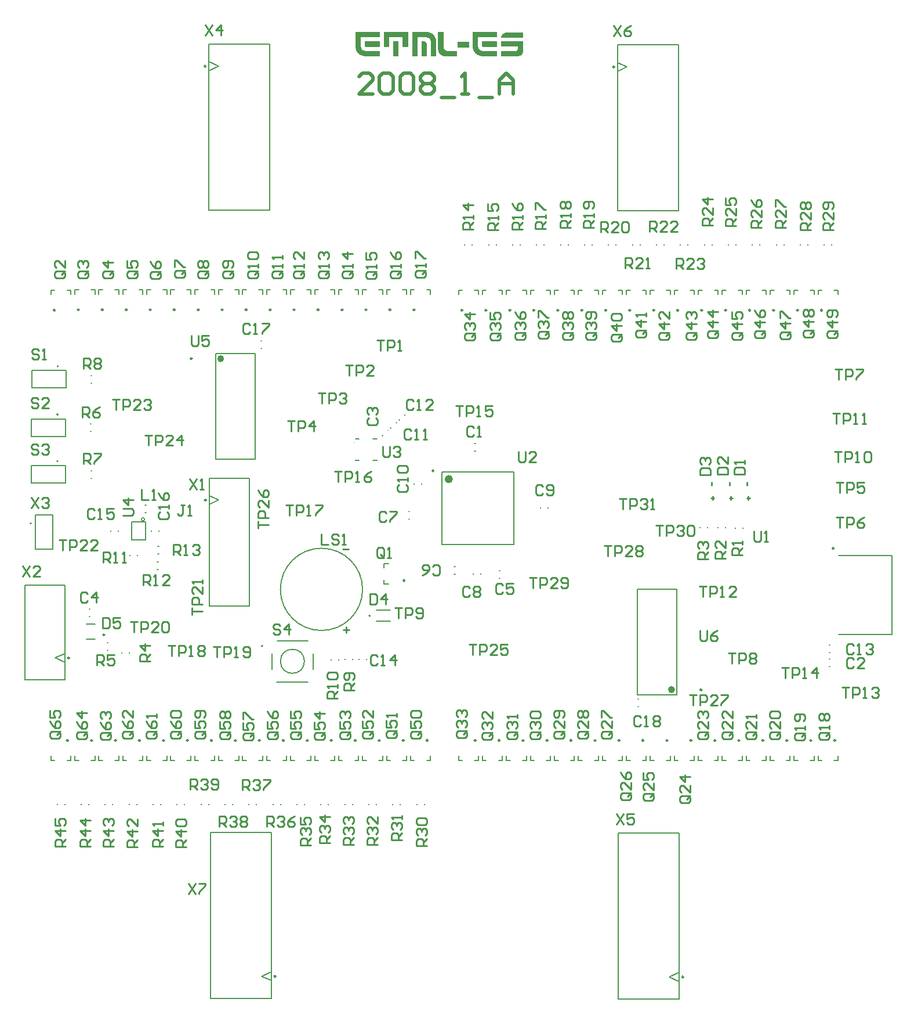
<source format=gbr>
%TF.GenerationSoftware,Altium Limited,Altium Designer,19.1.6 (110)*%
G04 Layer_Color=65535*
%FSLAX43Y43*%
%MOMM*%
%TF.FileFunction,Legend,Top*%
%TF.Part,Single*%
G01*
G75*
%TA.AperFunction,NonConductor*%
%ADD45C,0.250*%
%ADD46C,0.600*%
%ADD47C,0.200*%
%ADD48C,0.127*%
%ADD49C,0.500*%
%ADD50C,0.100*%
%ADD51C,0.254*%
G36*
X77996Y143301D02*
X74766D01*
X74770Y143368D01*
X74774Y143427D01*
X74785Y143487D01*
X74800Y143538D01*
X74818Y143590D01*
X74840Y143635D01*
X74888Y143720D01*
X74948Y143787D01*
X75014Y143846D01*
X75085Y143894D01*
X75159Y143931D01*
X75233Y143961D01*
X75303Y143983D01*
X75370Y143998D01*
X75429Y144009D01*
X75477Y144016D01*
X75518Y144020D01*
X77996D01*
Y143301D01*
D02*
G37*
G36*
X74159Y141939D02*
X72178D01*
X72155Y141942D01*
X72122Y141950D01*
X72089Y141965D01*
X72052Y141987D01*
X72018Y142020D01*
X72007Y142042D01*
X71996Y142072D01*
X71992Y142102D01*
X71989Y142135D01*
Y142727D01*
X74159D01*
Y141939D01*
D02*
G37*
G36*
X61194D02*
X60405D01*
Y143320D01*
X58431D01*
Y141939D01*
X57642D01*
Y144109D01*
X61194D01*
Y141939D01*
D02*
G37*
G36*
X57038D02*
X55057D01*
X55035Y141942D01*
X55002Y141950D01*
X54968Y141965D01*
X54931Y141987D01*
X54898Y142020D01*
X54887Y142042D01*
X54876Y142072D01*
X54872Y142102D01*
X54868Y142135D01*
Y142727D01*
X57038D01*
Y141939D01*
D02*
G37*
G36*
X70096Y141846D02*
X68452D01*
Y142713D01*
X70096D01*
Y141846D01*
D02*
G37*
G36*
X74159Y143320D02*
X71396D01*
Y143316D01*
Y143313D01*
Y143301D01*
Y143283D01*
Y143257D01*
Y143220D01*
Y143172D01*
Y143142D01*
Y143109D01*
Y143072D01*
Y143027D01*
Y142983D01*
Y142935D01*
Y142879D01*
Y142820D01*
Y142753D01*
Y142683D01*
Y142605D01*
Y142524D01*
Y142439D01*
Y142342D01*
Y142242D01*
Y142135D01*
Y142131D01*
Y142128D01*
Y142116D01*
Y142102D01*
X71400Y142061D01*
X71407Y142013D01*
X71422Y141950D01*
X71437Y141883D01*
X71463Y141813D01*
X71496Y141739D01*
X71537Y141665D01*
X71589Y141594D01*
X71652Y141528D01*
X71730Y141468D01*
X71774Y141442D01*
X71818Y141416D01*
X71870Y141398D01*
X71926Y141379D01*
X71985Y141365D01*
X72048Y141354D01*
X72115Y141350D01*
X72185Y141346D01*
X74159D01*
Y140557D01*
X72148D01*
X72118Y140561D01*
X72081Y140565D01*
X72041Y140568D01*
X71992Y140572D01*
X71937Y140583D01*
X71881Y140594D01*
X71818Y140605D01*
X71685Y140639D01*
X71615Y140665D01*
X71544Y140691D01*
X71470Y140720D01*
X71396Y140754D01*
X71322Y140794D01*
X71248Y140839D01*
X71178Y140887D01*
X71107Y140942D01*
X71037Y141002D01*
X70974Y141068D01*
X70911Y141142D01*
X70856Y141224D01*
X70800Y141309D01*
X70752Y141405D01*
X70711Y141505D01*
X70674Y141613D01*
X70648Y141731D01*
X70626Y141857D01*
X70611Y141990D01*
X70607Y142135D01*
Y144109D01*
X74159D01*
Y143320D01*
D02*
G37*
G36*
X66352Y142035D02*
Y142031D01*
Y142028D01*
Y142005D01*
X66356Y141972D01*
X66363Y141928D01*
X66371Y141872D01*
X66386Y141813D01*
X66408Y141750D01*
X66434Y141687D01*
X66471Y141620D01*
X66515Y141561D01*
X66571Y141502D01*
X66637Y141450D01*
X66719Y141405D01*
X66812Y141372D01*
X66863Y141361D01*
X66919Y141354D01*
X66978Y141346D01*
X68326D01*
Y140557D01*
X66645D01*
X66623Y140561D01*
X66597D01*
X66567Y140565D01*
X66534Y140568D01*
X66497Y140576D01*
X66415Y140591D01*
X66319Y140617D01*
X66219Y140650D01*
X66119Y140694D01*
X66015Y140754D01*
X65963Y140787D01*
X65915Y140828D01*
X65867Y140868D01*
X65819Y140917D01*
X65778Y140965D01*
X65738Y141020D01*
X65701Y141083D01*
X65667Y141146D01*
X65638Y141217D01*
X65612Y141294D01*
X65589Y141376D01*
X65575Y141465D01*
X65567Y141557D01*
X65564Y141657D01*
Y144109D01*
X66352D01*
Y142035D01*
D02*
G37*
G36*
X63979Y144105D02*
X64104Y144094D01*
X64223Y144072D01*
X64330Y144046D01*
X64434Y144013D01*
X64527Y143972D01*
X64615Y143927D01*
X64697Y143879D01*
X64771Y143824D01*
X64838Y143768D01*
X64901Y143709D01*
X64956Y143642D01*
X65008Y143579D01*
X65052Y143513D01*
X65097Y143442D01*
X65130Y143376D01*
X65164Y143305D01*
X65193Y143239D01*
X65215Y143168D01*
X65238Y143105D01*
X65271Y142979D01*
X65282Y142924D01*
X65293Y142868D01*
X65301Y142820D01*
X65304Y142776D01*
X65312Y142735D01*
Y142702D01*
X65315Y142676D01*
Y142653D01*
Y142642D01*
Y142639D01*
Y140557D01*
X64527D01*
Y142639D01*
Y142702D01*
X64519Y142757D01*
X64508Y142813D01*
X64497Y142864D01*
X64464Y142953D01*
X64419Y143031D01*
X64367Y143098D01*
X64312Y143153D01*
X64249Y143198D01*
X64186Y143235D01*
X64123Y143264D01*
X64060Y143283D01*
X64004Y143298D01*
X63953Y143309D01*
X63908Y143316D01*
X63875Y143320D01*
X62553D01*
Y140557D01*
X61764D01*
Y144109D01*
X63845D01*
X63979Y144105D01*
D02*
G37*
G36*
X63556Y142724D02*
X63582Y142720D01*
X63612Y142709D01*
X63649Y142698D01*
X63686Y142679D01*
X63727Y142657D01*
X63764Y142631D01*
X63804Y142594D01*
X63838Y142550D01*
X63871Y142498D01*
X63897Y142435D01*
X63916Y142365D01*
X63930Y142283D01*
X63934Y142187D01*
Y140557D01*
X63145D01*
Y142727D01*
X63534D01*
X63556Y142724D01*
D02*
G37*
G36*
X59812Y140557D02*
X59023D01*
Y142727D01*
X59812D01*
Y140557D01*
D02*
G37*
G36*
X57038Y143320D02*
X54276D01*
Y143316D01*
Y143313D01*
Y143301D01*
Y143283D01*
Y143257D01*
Y143220D01*
Y143172D01*
Y143142D01*
Y143109D01*
Y143072D01*
Y143027D01*
Y142983D01*
Y142935D01*
Y142879D01*
Y142820D01*
Y142753D01*
Y142683D01*
Y142605D01*
Y142524D01*
Y142439D01*
Y142342D01*
Y142242D01*
Y142135D01*
Y142131D01*
Y142128D01*
Y142116D01*
Y142102D01*
X54280Y142061D01*
X54287Y142013D01*
X54302Y141950D01*
X54317Y141883D01*
X54342Y141813D01*
X54376Y141739D01*
X54417Y141665D01*
X54468Y141594D01*
X54531Y141528D01*
X54609Y141468D01*
X54654Y141442D01*
X54698Y141416D01*
X54750Y141398D01*
X54805Y141379D01*
X54865Y141365D01*
X54928Y141354D01*
X54994Y141350D01*
X55065Y141346D01*
X57038D01*
Y140557D01*
X55028D01*
X54998Y140561D01*
X54961Y140565D01*
X54920Y140568D01*
X54872Y140572D01*
X54816Y140583D01*
X54761Y140594D01*
X54698Y140605D01*
X54565Y140639D01*
X54494Y140665D01*
X54424Y140691D01*
X54350Y140720D01*
X54276Y140754D01*
X54202Y140794D01*
X54128Y140839D01*
X54057Y140887D01*
X53987Y140942D01*
X53917Y141002D01*
X53854Y141068D01*
X53791Y141142D01*
X53735Y141224D01*
X53680Y141309D01*
X53631Y141405D01*
X53591Y141505D01*
X53554Y141613D01*
X53528Y141731D01*
X53506Y141857D01*
X53491Y141990D01*
X53487Y142135D01*
Y144109D01*
X57038D01*
Y143320D01*
D02*
G37*
G36*
X77984Y141439D02*
X77981Y141357D01*
X77973Y141279D01*
X77962Y141209D01*
X77944Y141142D01*
X77922Y141079D01*
X77896Y141024D01*
X77866Y140968D01*
X77836Y140920D01*
X77803Y140876D01*
X77766Y140831D01*
X77684Y140761D01*
X77599Y140702D01*
X77514Y140654D01*
X77425Y140617D01*
X77340Y140587D01*
X77262Y140568D01*
X77192Y140554D01*
X77129Y140546D01*
X77107Y140543D01*
X77085D01*
X77066Y140539D01*
X74770D01*
Y141331D01*
X76933Y141335D01*
X76962Y141339D01*
X76988Y141346D01*
X77036Y141368D01*
X77081Y141402D01*
X77114Y141442D01*
X77140Y141494D01*
X77162Y141550D01*
X77181Y141609D01*
X77192Y141672D01*
X77199Y141735D01*
X77207Y141794D01*
X77210Y141850D01*
Y141898D01*
Y141942D01*
X77207Y141972D01*
Y141994D01*
Y142002D01*
X74763D01*
Y142753D01*
X77984D01*
Y141439D01*
D02*
G37*
D45*
X31681Y139116D02*
G03*
X31681Y139116I-125J0D01*
G01*
X101415Y6277D02*
G03*
X101415Y6277I-125J0D01*
G01*
X91320Y139014D02*
G03*
X91320Y139014I-125J0D01*
G01*
X41875Y6380D02*
G03*
X41875Y6380I-125J0D01*
G01*
X64949Y80116D02*
G03*
X64949Y80116I-125J0D01*
G01*
X31732Y75844D02*
G03*
X31732Y75844I-125J0D01*
G01*
X123590Y40786D02*
G03*
X123590Y40786I-125J0D01*
G01*
X120090D02*
G03*
X120090Y40786I-125J0D01*
G01*
X116590D02*
G03*
X116590Y40786I-125J0D01*
G01*
X113090D02*
G03*
X113090Y40786I-125J0D01*
G01*
X109590D02*
G03*
X109590Y40786I-125J0D01*
G01*
X106090D02*
G03*
X106090Y40786I-125J0D01*
G01*
X102590D02*
G03*
X102590Y40786I-125J0D01*
G01*
X99090D02*
G03*
X99090Y40786I-125J0D01*
G01*
X95590D02*
G03*
X95590Y40786I-125J0D01*
G01*
X92090D02*
G03*
X92090Y40786I-125J0D01*
G01*
X88590D02*
G03*
X88590Y40786I-125J0D01*
G01*
X85090D02*
G03*
X85090Y40786I-125J0D01*
G01*
X81590D02*
G03*
X81590Y40786I-125J0D01*
G01*
X78090D02*
G03*
X78090Y40786I-125J0D01*
G01*
X74590D02*
G03*
X74590Y40786I-125J0D01*
G01*
X71090D02*
G03*
X71090Y40786I-125J0D01*
G01*
X64090D02*
G03*
X64090Y40786I-125J0D01*
G01*
X60590D02*
G03*
X60590Y40786I-125J0D01*
G01*
X57090D02*
G03*
X57090Y40786I-125J0D01*
G01*
X53590D02*
G03*
X53590Y40786I-125J0D01*
G01*
X50090D02*
G03*
X50090Y40786I-125J0D01*
G01*
X46590D02*
G03*
X46590Y40786I-125J0D01*
G01*
X43090D02*
G03*
X43090Y40786I-125J0D01*
G01*
X39590D02*
G03*
X39590Y40786I-125J0D01*
G01*
X36090D02*
G03*
X36090Y40786I-125J0D01*
G01*
X32590D02*
G03*
X32590Y40786I-125J0D01*
G01*
X29090D02*
G03*
X29090Y40786I-125J0D01*
G01*
X25590D02*
G03*
X25590Y40786I-125J0D01*
G01*
X22090D02*
G03*
X22090Y40786I-125J0D01*
G01*
X18590D02*
G03*
X18590Y40786I-125J0D01*
G01*
X15090D02*
G03*
X15090Y40786I-125J0D01*
G01*
X11590D02*
G03*
X11590Y40786I-125J0D01*
G01*
X121660Y103534D02*
G03*
X121660Y103534I-125J0D01*
G01*
X118160D02*
G03*
X118160Y103534I-125J0D01*
G01*
X114660D02*
G03*
X114660Y103534I-125J0D01*
G01*
X111160D02*
G03*
X111160Y103534I-125J0D01*
G01*
X107660D02*
G03*
X107660Y103534I-125J0D01*
G01*
X104160D02*
G03*
X104160Y103534I-125J0D01*
G01*
X100660D02*
G03*
X100660Y103534I-125J0D01*
G01*
X97160D02*
G03*
X97160Y103534I-125J0D01*
G01*
X93660D02*
G03*
X93660Y103534I-125J0D01*
G01*
X90160D02*
G03*
X90160Y103534I-125J0D01*
G01*
X86660D02*
G03*
X86660Y103534I-125J0D01*
G01*
X83160D02*
G03*
X83160Y103534I-125J0D01*
G01*
X79660D02*
G03*
X79660Y103534I-125J0D01*
G01*
X76160D02*
G03*
X76160Y103534I-125J0D01*
G01*
X72660D02*
G03*
X72660Y103534I-125J0D01*
G01*
X69160D02*
G03*
X69160Y103534I-125J0D01*
G01*
X62160Y103595D02*
G03*
X62160Y103595I-125J0D01*
G01*
X58660D02*
G03*
X58660Y103595I-125J0D01*
G01*
X55160D02*
G03*
X55160Y103595I-125J0D01*
G01*
X51660D02*
G03*
X51660Y103595I-125J0D01*
G01*
X48160D02*
G03*
X48160Y103595I-125J0D01*
G01*
X44660D02*
G03*
X44660Y103595I-125J0D01*
G01*
X41160D02*
G03*
X41160Y103595I-125J0D01*
G01*
X37660D02*
G03*
X37660Y103595I-125J0D01*
G01*
X34160D02*
G03*
X34160Y103595I-125J0D01*
G01*
X30660D02*
G03*
X30660Y103595I-125J0D01*
G01*
X27160D02*
G03*
X27160Y103595I-125J0D01*
G01*
X23660D02*
G03*
X23660Y103595I-125J0D01*
G01*
X20160D02*
G03*
X20160Y103595I-125J0D01*
G01*
X16660D02*
G03*
X16660Y103595I-125J0D01*
G01*
X13160D02*
G03*
X13160Y103595I-125J0D01*
G01*
X9660Y103534D02*
G03*
X9660Y103534I-125J0D01*
G01*
X104063Y48158D02*
G03*
X104063Y48158I-125J0D01*
G01*
X29648Y96490D02*
G03*
X29648Y96490I-125J0D01*
G01*
X60716Y64110D02*
G03*
X60716Y64110I-125J0D01*
G01*
X16884Y56203D02*
G03*
X16884Y56203I-125J0D01*
G01*
X123340Y68788D02*
G03*
X123340Y68788I-125J0D01*
G01*
X11749Y52802D02*
G03*
X11749Y52802I-125J0D01*
G01*
D46*
X67424Y78896D02*
G03*
X67424Y78896I-300J0D01*
G01*
D47*
X6196Y72428D02*
G03*
X6196Y72428I-100J0D01*
G01*
X10082Y81494D02*
G03*
X10082Y81494I-100J0D01*
G01*
X10082Y88313D02*
G03*
X10082Y88313I-100J0D01*
G01*
X10133Y95362D02*
G03*
X10133Y95362I-100J0D01*
G01*
X39953Y54574D02*
G03*
X39953Y54574I-100J0D01*
G01*
X22702Y73024D02*
G03*
X22702Y73024I-223J0D01*
G01*
X55656Y58955D02*
G03*
X55656Y58955I-100J0D01*
G01*
X32106Y118136D02*
Y142316D01*
Y118136D02*
X41006D01*
Y142316D01*
X32106D02*
X41006D01*
X32106Y139762D02*
X33506Y139116D01*
X32106Y138470D02*
X33506Y139116D01*
X32106Y138470D02*
Y139762D01*
X100740Y5631D02*
Y6923D01*
X99340Y6277D02*
X100740Y6923D01*
X99340Y6277D02*
X100740Y5631D01*
X91840Y3077D02*
X100740D01*
X91840D02*
Y27257D01*
X100740D01*
Y3077D02*
Y27257D01*
X91745Y118034D02*
Y142214D01*
Y118034D02*
X100645D01*
Y142214D01*
X91745D02*
X100645D01*
X91745Y139660D02*
X93145Y139014D01*
X91745Y138368D02*
X93145Y139014D01*
X91745Y138368D02*
Y139660D01*
X41200Y5734D02*
Y7026D01*
X39800Y6380D02*
X41200Y7026D01*
X39800Y6380D02*
X41200Y5734D01*
X32300Y3180D02*
X41200D01*
X32300D02*
Y27360D01*
X41200D01*
Y3180D02*
Y27360D01*
X39676Y98002D02*
X39776D01*
X39676Y99102D02*
X39776D01*
X94768Y45703D02*
X94868D01*
X94768Y46803D02*
X94868D01*
X81601Y74665D02*
Y74765D01*
X80501Y74665D02*
Y74765D01*
X66124Y69396D02*
Y79896D01*
X76624Y69396D02*
Y79896D01*
X66124D02*
X76624D01*
X66124Y69396D02*
X76624D01*
X74499Y64474D02*
X74599D01*
X74499Y65574D02*
X74599D01*
X62036Y78131D02*
Y78231D01*
X63136Y78131D02*
Y78231D01*
X61303Y74210D02*
X61403D01*
X61303Y73110D02*
X61403D01*
X71772Y64999D02*
Y65099D01*
X70672Y64999D02*
Y65099D01*
X67934Y66160D02*
X68034D01*
X67934Y65060D02*
X68034D01*
X32157Y76491D02*
X33557Y75844D01*
X32157Y75198D02*
X33557Y75844D01*
X32157Y75198D02*
Y76491D01*
Y79044D02*
X37998D01*
X37999Y60350D02*
Y79044D01*
X32157Y60350D02*
Y79044D01*
Y60350D02*
X37998D01*
X22810Y73979D02*
X22910D01*
X22810Y75079D02*
X22910D01*
X62450Y31450D02*
Y31550D01*
X63550Y31450D02*
Y31550D01*
X58950Y31450D02*
Y31550D01*
X60050Y31450D02*
Y31550D01*
X55450Y31450D02*
Y31550D01*
X56550Y31450D02*
Y31550D01*
X51950Y31450D02*
Y31550D01*
X53050Y31450D02*
Y31550D01*
X48450Y31450D02*
Y31550D01*
X49550Y31450D02*
Y31550D01*
X44950Y31450D02*
Y31550D01*
X46050Y31450D02*
Y31550D01*
X41450Y31450D02*
Y31550D01*
X42550Y31450D02*
Y31550D01*
X37950Y31450D02*
Y31550D01*
X39050Y31450D02*
Y31550D01*
X34450Y31450D02*
Y31550D01*
X35550Y31450D02*
Y31550D01*
X30950Y31450D02*
Y31550D01*
X32050Y31450D02*
Y31550D01*
X27450Y31450D02*
Y31550D01*
X28550Y31450D02*
Y31550D01*
X23950Y31450D02*
Y31550D01*
X25050Y31450D02*
Y31550D01*
X20450Y31450D02*
Y31550D01*
X21550Y31450D02*
Y31550D01*
X16950Y31450D02*
Y31550D01*
X18050Y31450D02*
Y31550D01*
X13450Y31450D02*
Y31550D01*
X14550Y31450D02*
Y31550D01*
X9950Y31450D02*
Y31550D01*
X11050Y31450D02*
Y31550D01*
X123400Y37850D02*
X123960D01*
Y38500D01*
X121040Y37850D02*
Y38500D01*
Y37850D02*
X121600D01*
X119900D02*
X120460D01*
Y38500D01*
X117540Y37850D02*
Y38500D01*
Y37850D02*
X118100D01*
X116400D02*
X116960D01*
Y38500D01*
X114040Y37850D02*
Y38500D01*
Y37850D02*
X114600D01*
X112900D02*
X113460D01*
Y38500D01*
X110540Y37850D02*
Y38500D01*
Y37850D02*
X111100D01*
X109400D02*
X109960D01*
Y38500D01*
X107040Y37850D02*
Y38500D01*
Y37850D02*
X107600D01*
X105900D02*
X106460D01*
Y38500D01*
X103540Y37850D02*
Y38500D01*
Y37850D02*
X104100D01*
X102400D02*
X102960D01*
Y38500D01*
X100040Y37850D02*
Y38500D01*
Y37850D02*
X100600D01*
X98900D02*
X99460D01*
Y38500D01*
X96540Y37850D02*
Y38500D01*
Y37850D02*
X97100D01*
X95400D02*
X95960D01*
Y38500D01*
X93040Y37850D02*
Y38500D01*
Y37850D02*
X93600D01*
X91900D02*
X92460D01*
Y38500D01*
X89540Y37850D02*
Y38500D01*
Y37850D02*
X90100D01*
X88400D02*
X88960D01*
Y38500D01*
X86040Y37850D02*
Y38500D01*
Y37850D02*
X86600D01*
X84900D02*
X85460D01*
Y38500D01*
X82540Y37850D02*
Y38500D01*
Y37850D02*
X83100D01*
X81400D02*
X81960D01*
Y38500D01*
X79040Y37850D02*
Y38500D01*
Y37850D02*
X79600D01*
X77900D02*
X78460D01*
Y38500D01*
X75540Y37850D02*
Y38500D01*
Y37850D02*
X76100D01*
X74400D02*
X74960D01*
Y38500D01*
X72040Y37850D02*
Y38500D01*
Y37850D02*
X72600D01*
X70900D02*
X71460D01*
Y38500D01*
X68540Y37850D02*
Y38500D01*
Y37850D02*
X69100D01*
X63900D02*
X64460D01*
Y38500D01*
X61540Y37850D02*
Y38500D01*
Y37850D02*
X62100D01*
X60400D02*
X60960D01*
Y38500D01*
X58040Y37850D02*
Y38500D01*
Y37850D02*
X58600D01*
X56900D02*
X57460D01*
Y38500D01*
X54540Y37850D02*
Y38500D01*
Y37850D02*
X55100D01*
X53400D02*
X53960D01*
Y38500D01*
X51040Y37850D02*
Y38500D01*
Y37850D02*
X51600D01*
X49900D02*
X50460D01*
Y38500D01*
X47540Y37850D02*
Y38500D01*
Y37850D02*
X48100D01*
X46400D02*
X46960D01*
Y38500D01*
X44040Y37850D02*
Y38500D01*
Y37850D02*
X44600D01*
X42900D02*
X43460D01*
Y38500D01*
X40540Y37850D02*
Y38500D01*
Y37850D02*
X41100D01*
X39400D02*
X39960D01*
Y38500D01*
X37040Y37850D02*
Y38500D01*
Y37850D02*
X37600D01*
X35900D02*
X36460D01*
Y38500D01*
X33540Y37850D02*
Y38500D01*
Y37850D02*
X34100D01*
X32400D02*
X32960D01*
Y38500D01*
X30040Y37850D02*
Y38500D01*
Y37850D02*
X30600D01*
X28900D02*
X29460D01*
Y38500D01*
X26540Y37850D02*
Y38500D01*
Y37850D02*
X27100D01*
X25400D02*
X25960D01*
Y38500D01*
X23040Y37850D02*
Y38500D01*
Y37850D02*
X23600D01*
X21900D02*
X22460D01*
Y38500D01*
X19540Y37850D02*
Y38500D01*
Y37850D02*
X20100D01*
X18400D02*
X18960D01*
Y38500D01*
X16040Y37850D02*
Y38500D01*
Y37850D02*
X16600D01*
X14900D02*
X15460D01*
Y38500D01*
X12540Y37850D02*
Y38500D01*
Y37850D02*
X13100D01*
X11400D02*
X11960D01*
Y38500D01*
X9040Y37850D02*
Y38500D01*
Y37850D02*
X9600D01*
X121040Y106470D02*
X121600D01*
X121040Y105820D02*
Y106470D01*
X123960Y105820D02*
Y106470D01*
X123400D02*
X123960D01*
X117540D02*
X118100D01*
X117540Y105820D02*
Y106470D01*
X120460Y105820D02*
Y106470D01*
X119900D02*
X120460D01*
X114040D02*
X114600D01*
X114040Y105820D02*
Y106470D01*
X116960Y105820D02*
Y106470D01*
X116400D02*
X116960D01*
X110540D02*
X111100D01*
X110540Y105820D02*
Y106470D01*
X113460Y105820D02*
Y106470D01*
X112900D02*
X113460D01*
X107040D02*
X107600D01*
X107040Y105820D02*
Y106470D01*
X109960Y105820D02*
Y106470D01*
X109400D02*
X109960D01*
X103540D02*
X104100D01*
X103540Y105820D02*
Y106470D01*
X106460Y105820D02*
Y106470D01*
X105900D02*
X106460D01*
X100040D02*
X100600D01*
X100040Y105820D02*
Y106470D01*
X102960Y105820D02*
Y106470D01*
X102400D02*
X102960D01*
X96540D02*
X97100D01*
X96540Y105820D02*
Y106470D01*
X99460Y105820D02*
Y106470D01*
X98900D02*
X99460D01*
X93040D02*
X93600D01*
X93040Y105820D02*
Y106470D01*
X95960Y105820D02*
Y106470D01*
X95400D02*
X95960D01*
X89540D02*
X90100D01*
X89540Y105820D02*
Y106470D01*
X92460Y105820D02*
Y106470D01*
X91900D02*
X92460D01*
X86040D02*
X86600D01*
X86040Y105820D02*
Y106470D01*
X88960Y105820D02*
Y106470D01*
X88400D02*
X88960D01*
X82540D02*
X83100D01*
X82540Y105820D02*
Y106470D01*
X85460Y105820D02*
Y106470D01*
X84900D02*
X85460D01*
X79040D02*
X79600D01*
X79040Y105820D02*
Y106470D01*
X81960Y105820D02*
Y106470D01*
X81400D02*
X81960D01*
X75540D02*
X76100D01*
X75540Y105820D02*
Y106470D01*
X78460Y105820D02*
Y106470D01*
X77900D02*
X78460D01*
X72040D02*
X72600D01*
X72040Y105820D02*
Y106470D01*
X74960Y105820D02*
Y106470D01*
X74400D02*
X74960D01*
X68540D02*
X69100D01*
X68540Y105820D02*
Y106470D01*
X71460Y105820D02*
Y106470D01*
X70900D02*
X71460D01*
X121950Y113020D02*
Y113120D01*
X123050Y113020D02*
Y113120D01*
X118450Y113020D02*
Y113120D01*
X119550Y113020D02*
Y113120D01*
X114950Y113020D02*
Y113120D01*
X116050Y113020D02*
Y113120D01*
X111450Y113020D02*
Y113120D01*
X112550Y113020D02*
Y113120D01*
X107950Y113020D02*
Y113120D01*
X109050Y113020D02*
Y113120D01*
X104450Y113020D02*
Y113120D01*
X105550Y113020D02*
Y113120D01*
X100950Y113020D02*
Y113120D01*
X102050Y113020D02*
Y113120D01*
X97450Y113020D02*
Y113120D01*
X98550Y113020D02*
Y113120D01*
X93950Y113020D02*
Y113120D01*
X95050Y113020D02*
Y113120D01*
X90450Y113020D02*
Y113120D01*
X91550Y113020D02*
Y113120D01*
X86950Y113020D02*
Y113120D01*
X88050Y113020D02*
Y113120D01*
X83450Y113020D02*
Y113120D01*
X84550Y113020D02*
Y113120D01*
X79950Y113020D02*
Y113120D01*
X81050Y113020D02*
Y113120D01*
X76450Y113020D02*
Y113120D01*
X77550Y113020D02*
Y113120D01*
X72950Y113020D02*
Y113120D01*
X74050Y113020D02*
Y113120D01*
X69450Y113020D02*
Y113120D01*
X70550Y113020D02*
Y113120D01*
X61540Y106531D02*
X62100D01*
X61540Y105881D02*
Y106531D01*
X64460Y105881D02*
Y106531D01*
X63900D02*
X64460D01*
X58040D02*
X58600D01*
X58040Y105881D02*
Y106531D01*
X60960Y105881D02*
Y106531D01*
X60400D02*
X60960D01*
X54540D02*
X55100D01*
X54540Y105881D02*
Y106531D01*
X57460Y105881D02*
Y106531D01*
X56900D02*
X57460D01*
X51040D02*
X51600D01*
X51040Y105881D02*
Y106531D01*
X53960Y105881D02*
Y106531D01*
X53400D02*
X53960D01*
X47540D02*
X48100D01*
X47540Y105881D02*
Y106531D01*
X50460Y105881D02*
Y106531D01*
X49900D02*
X50460D01*
X44040D02*
X44600D01*
X44040Y105881D02*
Y106531D01*
X46960Y105881D02*
Y106531D01*
X46400D02*
X46960D01*
X40540D02*
X41100D01*
X40540Y105881D02*
Y106531D01*
X43460Y105881D02*
Y106531D01*
X42900D02*
X43460D01*
X37040D02*
X37600D01*
X37040Y105881D02*
Y106531D01*
X39960Y105881D02*
Y106531D01*
X39400D02*
X39960D01*
X33540D02*
X34100D01*
X33540Y105881D02*
Y106531D01*
X36460Y105881D02*
Y106531D01*
X35900D02*
X36460D01*
X30040D02*
X30600D01*
X30040Y105881D02*
Y106531D01*
X32960Y105881D02*
Y106531D01*
X32400D02*
X32960D01*
X26540D02*
X27100D01*
X26540Y105881D02*
Y106531D01*
X29460Y105881D02*
Y106531D01*
X28900D02*
X29460D01*
X23040D02*
X23600D01*
X23040Y105881D02*
Y106531D01*
X25960Y105881D02*
Y106531D01*
X25400D02*
X25960D01*
X19540D02*
X20100D01*
X19540Y105881D02*
Y106531D01*
X22460Y105881D02*
Y106531D01*
X21900D02*
X22460D01*
X16040D02*
X16600D01*
X16040Y105881D02*
Y106531D01*
X18960Y105881D02*
Y106531D01*
X18400D02*
X18960D01*
X12540D02*
X13100D01*
X12540Y105881D02*
Y106531D01*
X15460Y105881D02*
Y106531D01*
X14900D02*
X15460D01*
X9040Y106470D02*
X9600D01*
X9040Y105820D02*
Y106470D01*
X11960Y105820D02*
Y106470D01*
X11400D02*
X11960D01*
X100390Y47443D02*
Y62843D01*
X94632D02*
X100390D01*
X94632Y47443D02*
Y62843D01*
Y47443D02*
X100390D01*
X14900Y80124D02*
X15000D01*
X14900Y79024D02*
X15000D01*
X14900Y94022D02*
X15000D01*
X14900Y92922D02*
X15000D01*
X17273Y53908D02*
X17373D01*
X17273Y55008D02*
X17373D01*
X122657Y51541D02*
X122757D01*
X122657Y52641D02*
X122757D01*
X122657Y54673D02*
X122757D01*
X122657Y53573D02*
X122757D01*
X20489Y53493D02*
Y53593D01*
X19389Y53493D02*
Y53593D01*
X54009Y52553D02*
Y52653D01*
X55109Y52553D02*
Y52653D01*
X53050Y52553D02*
Y52653D01*
X51950Y52553D02*
Y52653D01*
X49971Y52503D02*
Y52603D01*
X51071Y52503D02*
Y52603D01*
X58215Y86075D02*
X58285Y86004D01*
X57437Y85297D02*
X57508Y85226D01*
X56075Y84777D02*
X56625D01*
Y84727D02*
Y84777D01*
X53475Y84727D02*
Y84777D01*
X54025D01*
X53475Y81627D02*
X54025D01*
X53475D02*
Y81677D01*
X56625Y81627D02*
Y81677D01*
X56075Y81627D02*
X56625D01*
X103772Y71798D02*
Y71898D01*
X104872Y71798D02*
Y71898D01*
X106435Y71798D02*
Y71898D01*
X107535Y71798D02*
Y71898D01*
X108975Y71730D02*
Y71830D01*
X110075Y71730D02*
Y71830D01*
X33071Y81805D02*
Y97205D01*
Y81805D02*
X38829D01*
Y97205D01*
X33071D02*
X38829D01*
X60674Y88330D02*
X60744Y88259D01*
X59896Y87552D02*
X59966Y87482D01*
X58631Y86387D02*
X58701Y86317D01*
X59409Y87165D02*
X59479Y87095D01*
X14606Y58886D02*
X14706D01*
X14606Y59986D02*
X14706D01*
X20532Y67738D02*
Y67838D01*
X21632Y67738D02*
Y67838D01*
X22844Y70044D02*
Y72644D01*
X20844Y70044D02*
Y72644D01*
X22844D01*
X20844Y70044D02*
X22844D01*
X23667Y71324D02*
Y71424D01*
X24767Y71324D02*
Y71424D01*
X24588Y65714D02*
X24688D01*
X24588Y66814D02*
X24688D01*
X70900Y82975D02*
X71000D01*
X70900Y84075D02*
X71000D01*
X17738Y71294D02*
Y71394D01*
X18838Y71294D02*
Y71394D01*
X24676Y69100D02*
X24776D01*
X24676Y68000D02*
X24776D01*
X57655Y65975D02*
Y66535D01*
X58305D01*
X57655Y63615D02*
X58305D01*
X57655D02*
Y64175D01*
X14209Y57793D02*
X15509D01*
X14209Y55593D02*
X15509D01*
X131815Y56238D02*
Y67738D01*
X124016D02*
X131815D01*
X124016Y56238D02*
X131815D01*
X14800Y85843D02*
X14900D01*
X14800Y86943D02*
X14900D01*
X9614Y63394D02*
X11074D01*
Y49602D02*
Y63394D01*
X5232D02*
X6693D01*
X9614D01*
X5232Y49602D02*
Y63394D01*
X5232Y49602D02*
X11074D01*
Y52156D02*
Y53448D01*
X9674Y52802D02*
X11074Y53448D01*
X9674Y52802D02*
X11074Y52156D01*
D48*
X54539Y62814D02*
G03*
X54539Y62814I-6000J0D01*
G01*
X46053Y52324D02*
G03*
X46053Y52324I-1755J0D01*
G01*
X6746Y68658D02*
X9286D01*
X6746Y73658D02*
X9286D01*
Y68658D02*
Y73658D01*
X6746Y68658D02*
Y73658D01*
X6212Y78304D02*
Y80844D01*
X11212Y78304D02*
Y80844D01*
X6212Y78304D02*
X11212D01*
X6212Y80844D02*
X11212D01*
X6212Y85123D02*
Y87663D01*
X11212Y85123D02*
Y87663D01*
X6212Y85123D02*
X11212D01*
X6212Y87663D02*
X11212D01*
X6263Y92172D02*
Y94712D01*
X11263Y92172D02*
Y94712D01*
X6263Y92172D02*
X11263D01*
X6263Y94712D02*
X11263D01*
X42098Y55319D02*
X46598D01*
X47298Y51174D02*
Y53474D01*
X41998Y49329D02*
X46598D01*
X41303Y51174D02*
Y53474D01*
X56556Y59760D02*
X58556D01*
X56556Y58150D02*
X58556D01*
D49*
X99890Y48193D02*
G03*
X99890Y48193I-250J0D01*
G01*
X34071Y96455D02*
G03*
X34071Y96455I-250J0D01*
G01*
X56011Y135089D02*
X54012D01*
X56011Y137088D01*
Y137588D01*
X55512Y138088D01*
X54512D01*
X54012Y137588D01*
X57011D02*
X57511Y138088D01*
X58511D01*
X59010Y137588D01*
Y135588D01*
X58511Y135089D01*
X57511D01*
X57011Y135588D01*
Y137588D01*
X60010D02*
X60510Y138088D01*
X61510D01*
X62009Y137588D01*
Y135588D01*
X61510Y135089D01*
X60510D01*
X60010Y135588D01*
Y137588D01*
X63009D02*
X63509Y138088D01*
X64509D01*
X65008Y137588D01*
Y137088D01*
X64509Y136588D01*
X65008Y136088D01*
Y135588D01*
X64509Y135089D01*
X63509D01*
X63009Y135588D01*
Y136088D01*
X63509Y136588D01*
X63009Y137088D01*
Y137588D01*
X63509Y136588D02*
X64509D01*
X66008Y134589D02*
X68007D01*
X69007Y135089D02*
X70007D01*
X69507D01*
Y138088D01*
X69007Y137588D01*
X71506Y134589D02*
X73506D01*
X74505Y135089D02*
Y137088D01*
X75505Y138088D01*
X76505Y137088D01*
Y135089D01*
Y136588D01*
X74505D01*
D50*
X53300Y84218D02*
G03*
X53300Y84218I-50J0D01*
G01*
D51*
X105491Y77957D02*
Y78414D01*
X105415Y76128D02*
X105872D01*
X105643Y75900D02*
Y76357D01*
X108153Y77957D02*
Y78414D01*
X108077Y76128D02*
X108534D01*
X108306Y75900D02*
Y76357D01*
X110693Y77957D02*
Y78414D01*
X110617Y76128D02*
X111074D01*
X110846Y75900D02*
Y76357D01*
X52539Y56909D02*
X51693D01*
X52116Y56486D02*
Y57333D01*
X52500Y68646D02*
X51654D01*
X77300Y82895D02*
Y81626D01*
X77554Y81372D01*
X78062D01*
X78316Y81626D01*
Y82895D01*
X79839Y81372D02*
X78823D01*
X79839Y82388D01*
Y82641D01*
X79585Y82895D01*
X79077D01*
X78823Y82641D01*
X28511Y75153D02*
X28003D01*
X28257D01*
Y73883D01*
X28003Y73629D01*
X27749D01*
X27495Y73883D01*
X29019Y73629D02*
X29526D01*
X29272D01*
Y75153D01*
X29019Y74899D01*
X115715Y51394D02*
X116731D01*
X116223D01*
Y49870D01*
X117239D02*
Y51394D01*
X118001D01*
X118255Y51140D01*
Y50632D01*
X118001Y50378D01*
X117239D01*
X118762Y49870D02*
X119270D01*
X119016D01*
Y51394D01*
X118762Y51140D01*
X120794Y49870D02*
Y51394D01*
X120032Y50632D01*
X121048D01*
X124511Y48539D02*
X125526D01*
X125019D01*
Y47015D01*
X126034D02*
Y48539D01*
X126796D01*
X127050Y48285D01*
Y47777D01*
X126796Y47523D01*
X126034D01*
X127558Y47015D02*
X128066D01*
X127812D01*
Y48539D01*
X127558Y48285D01*
X128827D02*
X129081Y48539D01*
X129589D01*
X129843Y48285D01*
Y48031D01*
X129589Y47777D01*
X129335D01*
X129589D01*
X129843Y47523D01*
Y47269D01*
X129589Y47015D01*
X129081D01*
X128827Y47269D01*
X43645Y87385D02*
X44661D01*
X44153D01*
Y85861D01*
X45169D02*
Y87385D01*
X45931D01*
X46185Y87131D01*
Y86623D01*
X45931Y86369D01*
X45169D01*
X47454Y85861D02*
Y87385D01*
X46692Y86623D01*
X47708D01*
X48132Y91418D02*
X49147D01*
X48640D01*
Y89895D01*
X49655D02*
Y91418D01*
X50417D01*
X50671Y91164D01*
Y90657D01*
X50417Y90403D01*
X49655D01*
X51179Y91164D02*
X51433Y91418D01*
X51941D01*
X52194Y91164D01*
Y90910D01*
X51941Y90657D01*
X51687D01*
X51941D01*
X52194Y90403D01*
Y90149D01*
X51941Y89895D01*
X51433D01*
X51179Y90149D01*
X52093Y95528D02*
X53109D01*
X52601D01*
Y94005D01*
X53617D02*
Y95528D01*
X54379D01*
X54632Y95275D01*
Y94767D01*
X54379Y94513D01*
X53617D01*
X56156Y94005D02*
X55140D01*
X56156Y95021D01*
Y95275D01*
X55902Y95528D01*
X55394D01*
X55140Y95275D01*
X56678Y99121D02*
X57694D01*
X57186D01*
Y97598D01*
X58202D02*
Y99121D01*
X58964D01*
X59218Y98867D01*
Y98359D01*
X58964Y98105D01*
X58202D01*
X59725Y97598D02*
X60233D01*
X59979D01*
Y99121D01*
X59725Y98867D01*
X92005Y76047D02*
X93021D01*
X92513D01*
Y74523D01*
X93529D02*
Y76047D01*
X94291D01*
X94545Y75793D01*
Y75285D01*
X94291Y75031D01*
X93529D01*
X95052Y75793D02*
X95306Y76047D01*
X95814D01*
X96068Y75793D01*
Y75539D01*
X95814Y75285D01*
X95560D01*
X95814D01*
X96068Y75031D01*
Y74777D01*
X95814Y74523D01*
X95306D01*
X95052Y74777D01*
X96576Y74523D02*
X97084D01*
X96830D01*
Y76047D01*
X96576Y75793D01*
X97344Y72125D02*
X98359D01*
X97852D01*
Y70601D01*
X98867D02*
Y72125D01*
X99629D01*
X99883Y71871D01*
Y71363D01*
X99629Y71109D01*
X98867D01*
X100391Y71871D02*
X100645Y72125D01*
X101153D01*
X101406Y71871D01*
Y71617D01*
X101153Y71363D01*
X100899D01*
X101153D01*
X101406Y71109D01*
Y70855D01*
X101153Y70601D01*
X100645D01*
X100391Y70855D01*
X101914Y71871D02*
X102168Y72125D01*
X102676D01*
X102930Y71871D01*
Y70855D01*
X102676Y70601D01*
X102168D01*
X101914Y70855D01*
Y71871D01*
X78909Y64502D02*
X79925D01*
X79417D01*
Y62979D01*
X80433D02*
Y64502D01*
X81194D01*
X81448Y64248D01*
Y63741D01*
X81194Y63487D01*
X80433D01*
X82972Y62979D02*
X81956D01*
X82972Y63995D01*
Y64248D01*
X82718Y64502D01*
X82210D01*
X81956Y64248D01*
X83480Y63233D02*
X83734Y62979D01*
X84241D01*
X84495Y63233D01*
Y64248D01*
X84241Y64502D01*
X83734D01*
X83480Y64248D01*
Y63995D01*
X83734Y63741D01*
X84495D01*
X89794Y69189D02*
X90810D01*
X90302D01*
Y67666D01*
X91318D02*
Y69189D01*
X92080D01*
X92334Y68935D01*
Y68427D01*
X92080Y68173D01*
X91318D01*
X93857Y67666D02*
X92841D01*
X93857Y68681D01*
Y68935D01*
X93603Y69189D01*
X93095D01*
X92841Y68935D01*
X94365D02*
X94619Y69189D01*
X95127D01*
X95381Y68935D01*
Y68681D01*
X95127Y68427D01*
X95381Y68173D01*
Y67920D01*
X95127Y67666D01*
X94619D01*
X94365Y67920D01*
Y68173D01*
X94619Y68427D01*
X94365Y68681D01*
Y68935D01*
X94619Y68427D02*
X95127D01*
X102273Y47447D02*
X103289D01*
X102781D01*
Y45923D01*
X103797D02*
Y47447D01*
X104558D01*
X104812Y47193D01*
Y46685D01*
X104558Y46431D01*
X103797D01*
X106336Y45923D02*
X105320D01*
X106336Y46939D01*
Y47193D01*
X106082Y47447D01*
X105574D01*
X105320Y47193D01*
X106844Y47447D02*
X107859D01*
Y47193D01*
X106844Y46177D01*
Y45923D01*
X39280Y71711D02*
Y72727D01*
Y72219D01*
X40804D01*
Y73235D02*
X39280D01*
Y73997D01*
X39534Y74251D01*
X40042D01*
X40296Y73997D01*
Y73235D01*
X40804Y75774D02*
Y74758D01*
X39788Y75774D01*
X39534D01*
X39280Y75520D01*
Y75012D01*
X39534Y74758D01*
X39280Y77298D02*
X39534Y76790D01*
X40042Y76282D01*
X40550D01*
X40804Y76536D01*
Y77044D01*
X40550Y77298D01*
X40296D01*
X40042Y77044D01*
Y76282D01*
X70118Y54829D02*
X71134D01*
X70626D01*
Y53305D01*
X71641D02*
Y54829D01*
X72403D01*
X72657Y54575D01*
Y54067D01*
X72403Y53813D01*
X71641D01*
X74181Y53305D02*
X73165D01*
X74181Y54321D01*
Y54575D01*
X73927Y54829D01*
X73419D01*
X73165Y54575D01*
X75704Y54829D02*
X74688D01*
Y54067D01*
X75196Y54321D01*
X75450D01*
X75704Y54067D01*
Y53559D01*
X75450Y53305D01*
X74942D01*
X74688Y53559D01*
X22799Y85313D02*
X23815D01*
X23307D01*
Y83790D01*
X24323D02*
Y85313D01*
X25085D01*
X25339Y85060D01*
Y84552D01*
X25085Y84298D01*
X24323D01*
X26862Y83790D02*
X25846D01*
X26862Y84806D01*
Y85060D01*
X26608Y85313D01*
X26100D01*
X25846Y85060D01*
X28132Y83790D02*
Y85313D01*
X27370Y84552D01*
X28386D01*
X18063Y90563D02*
X19079D01*
X18571D01*
Y89039D01*
X19587D02*
Y90563D01*
X20348D01*
X20602Y90309D01*
Y89801D01*
X20348Y89547D01*
X19587D01*
X22126Y89039D02*
X21110D01*
X22126Y90055D01*
Y90309D01*
X21872Y90563D01*
X21364D01*
X21110Y90309D01*
X22634D02*
X22887Y90563D01*
X23395D01*
X23649Y90309D01*
Y90055D01*
X23395Y89801D01*
X23141D01*
X23395D01*
X23649Y89547D01*
Y89293D01*
X23395Y89039D01*
X22887D01*
X22634Y89293D01*
X10224Y70015D02*
X11239D01*
X10731D01*
Y68492D01*
X11747D02*
Y70015D01*
X12509D01*
X12763Y69762D01*
Y69254D01*
X12509Y69000D01*
X11747D01*
X14286Y68492D02*
X13271D01*
X14286Y69508D01*
Y69762D01*
X14032Y70015D01*
X13524D01*
X13271Y69762D01*
X15810Y68492D02*
X14794D01*
X15810Y69508D01*
Y69762D01*
X15556Y70015D01*
X15048D01*
X14794Y69762D01*
X29671Y59094D02*
Y60109D01*
Y59601D01*
X31194D01*
Y60617D02*
X29671D01*
Y61379D01*
X29925Y61633D01*
X30432D01*
X30686Y61379D01*
Y60617D01*
X31194Y63156D02*
Y62141D01*
X30178Y63156D01*
X29925D01*
X29671Y62902D01*
Y62394D01*
X29925Y62141D01*
X31194Y63664D02*
Y64172D01*
Y63918D01*
X29671D01*
X29925Y63664D01*
X20694Y58116D02*
X21710D01*
X21202D01*
Y56593D01*
X22218D02*
Y58116D01*
X22979D01*
X23233Y57862D01*
Y57355D01*
X22979Y57101D01*
X22218D01*
X24757Y56593D02*
X23741D01*
X24757Y57608D01*
Y57862D01*
X24503Y58116D01*
X23995D01*
X23741Y57862D01*
X25265D02*
X25519Y58116D01*
X26026D01*
X26280Y57862D01*
Y56847D01*
X26026Y56593D01*
X25519D01*
X25265Y56847D01*
Y57862D01*
X32732Y54495D02*
X33747D01*
X33239D01*
Y52971D01*
X34255D02*
Y54495D01*
X35017D01*
X35271Y54241D01*
Y53733D01*
X35017Y53479D01*
X34255D01*
X35779Y52971D02*
X36286D01*
X36033D01*
Y54495D01*
X35779Y54241D01*
X37048Y53225D02*
X37302Y52971D01*
X37810D01*
X38064Y53225D01*
Y54241D01*
X37810Y54495D01*
X37302D01*
X37048Y54241D01*
Y53987D01*
X37302Y53733D01*
X38064D01*
X26139Y54600D02*
X27154D01*
X26647D01*
Y53076D01*
X27662D02*
Y54600D01*
X28424D01*
X28678Y54346D01*
Y53838D01*
X28424Y53584D01*
X27662D01*
X29186Y53076D02*
X29694D01*
X29440D01*
Y54600D01*
X29186Y54346D01*
X30455D02*
X30709Y54600D01*
X31217D01*
X31471Y54346D01*
Y54092D01*
X31217Y53838D01*
X31471Y53584D01*
Y53330D01*
X31217Y53076D01*
X30709D01*
X30455Y53330D01*
Y53584D01*
X30709Y53838D01*
X30455Y54092D01*
Y54346D01*
X30709Y53838D02*
X31217D01*
X43331Y75075D02*
X44347D01*
X43839D01*
Y73551D01*
X44854D02*
Y75075D01*
X45616D01*
X45870Y74821D01*
Y74313D01*
X45616Y74059D01*
X44854D01*
X46378Y73551D02*
X46886D01*
X46632D01*
Y75075D01*
X46378Y74821D01*
X47647Y75075D02*
X48663D01*
Y74821D01*
X47647Y73805D01*
Y73551D01*
X50434Y80055D02*
X51450D01*
X50942D01*
Y78531D01*
X51957D02*
Y80055D01*
X52719D01*
X52973Y79801D01*
Y79293D01*
X52719Y79039D01*
X51957D01*
X53481Y78531D02*
X53989D01*
X53735D01*
Y80055D01*
X53481Y79801D01*
X55766Y80055D02*
X55258Y79801D01*
X54750Y79293D01*
Y78785D01*
X55004Y78531D01*
X55512D01*
X55766Y78785D01*
Y79039D01*
X55512Y79293D01*
X54750D01*
X68156Y89558D02*
X69172D01*
X68664D01*
Y88034D01*
X69679D02*
Y89558D01*
X70441D01*
X70695Y89304D01*
Y88796D01*
X70441Y88542D01*
X69679D01*
X71203Y88034D02*
X71711D01*
X71457D01*
Y89558D01*
X71203Y89304D01*
X73488Y89558D02*
X72473D01*
Y88796D01*
X72980Y89050D01*
X73234D01*
X73488Y88796D01*
Y88288D01*
X73234Y88034D01*
X72726D01*
X72473Y88288D01*
X107962Y53514D02*
X108977D01*
X108470D01*
Y51991D01*
X109485D02*
Y53514D01*
X110247D01*
X110501Y53260D01*
Y52753D01*
X110247Y52499D01*
X109485D01*
X111009Y53260D02*
X111263Y53514D01*
X111770D01*
X112024Y53260D01*
Y53006D01*
X111770Y52753D01*
X112024Y52499D01*
Y52245D01*
X111770Y51991D01*
X111263D01*
X111009Y52245D01*
Y52499D01*
X111263Y52753D01*
X111009Y53006D01*
Y53260D01*
X111263Y52753D02*
X111770D01*
X123520Y94919D02*
X124536D01*
X124028D01*
Y93396D01*
X125044D02*
Y94919D01*
X125805D01*
X126059Y94665D01*
Y94158D01*
X125805Y93904D01*
X125044D01*
X126567Y94919D02*
X127583D01*
Y94665D01*
X126567Y93650D01*
Y93396D01*
X103683Y63244D02*
X104698D01*
X104191D01*
Y61720D01*
X105206D02*
Y63244D01*
X105968D01*
X106222Y62990D01*
Y62482D01*
X105968Y62228D01*
X105206D01*
X106730Y61720D02*
X107238D01*
X106984D01*
Y63244D01*
X106730Y62990D01*
X109015Y61720D02*
X107999D01*
X109015Y62736D01*
Y62990D01*
X108761Y63244D01*
X108253D01*
X107999Y62990D01*
X123215Y88527D02*
X124231D01*
X123723D01*
Y87003D01*
X124739D02*
Y88527D01*
X125501D01*
X125755Y88273D01*
Y87765D01*
X125501Y87511D01*
X124739D01*
X126262Y87003D02*
X126770D01*
X126516D01*
Y88527D01*
X126262Y88273D01*
X127532Y87003D02*
X128040D01*
X127786D01*
Y88527D01*
X127532Y88273D01*
X123450Y82932D02*
X124466D01*
X123958D01*
Y81409D01*
X124974D02*
Y82932D01*
X125735D01*
X125989Y82678D01*
Y82170D01*
X125735Y81917D01*
X124974D01*
X126497Y81409D02*
X127005D01*
X126751D01*
Y82932D01*
X126497Y82678D01*
X127767D02*
X128021Y82932D01*
X128528D01*
X128782Y82678D01*
Y81663D01*
X128528Y81409D01*
X128021D01*
X127767Y81663D01*
Y82678D01*
X59227Y60114D02*
X60242D01*
X59735D01*
Y58591D01*
X60750D02*
Y60114D01*
X61512D01*
X61766Y59860D01*
Y59353D01*
X61512Y59099D01*
X60750D01*
X62274Y58845D02*
X62528Y58591D01*
X63036D01*
X63289Y58845D01*
Y59860D01*
X63036Y60114D01*
X62528D01*
X62274Y59860D01*
Y59606D01*
X62528Y59353D01*
X63289D01*
X123723Y73329D02*
X124739D01*
X124231D01*
Y71806D01*
X125247D02*
Y73329D01*
X126009D01*
X126263Y73075D01*
Y72568D01*
X126009Y72314D01*
X125247D01*
X127786Y73329D02*
X127278Y73075D01*
X126770Y72568D01*
Y72060D01*
X127024Y71806D01*
X127532D01*
X127786Y72060D01*
Y72314D01*
X127532Y72568D01*
X126770D01*
X123709Y78406D02*
X124725D01*
X124217D01*
Y76882D01*
X125233D02*
Y78406D01*
X125994D01*
X126248Y78152D01*
Y77644D01*
X125994Y77390D01*
X125233D01*
X127772Y78406D02*
X126756D01*
Y77644D01*
X127264Y77898D01*
X127518D01*
X127772Y77644D01*
Y77136D01*
X127518Y76882D01*
X127010D01*
X126756Y77136D01*
X42542Y57462D02*
X42288Y57716D01*
X41780D01*
X41526Y57462D01*
Y57208D01*
X41780Y56955D01*
X42288D01*
X42542Y56701D01*
Y56447D01*
X42288Y56193D01*
X41780D01*
X41526Y56447D01*
X43811Y56193D02*
Y57716D01*
X43050Y56955D01*
X44065D01*
X13769Y95009D02*
Y96532D01*
X14531D01*
X14785Y96278D01*
Y95770D01*
X14531Y95517D01*
X13769D01*
X14277D02*
X14785Y95009D01*
X15292Y96278D02*
X15546Y96532D01*
X16054D01*
X16308Y96278D01*
Y96024D01*
X16054Y95770D01*
X16308Y95517D01*
Y95263D01*
X16054Y95009D01*
X15546D01*
X15292Y95263D01*
Y95517D01*
X15546Y95770D01*
X15292Y96024D01*
Y96278D01*
X15546Y95770D02*
X16054D01*
X13769Y81110D02*
Y82634D01*
X14531D01*
X14785Y82380D01*
Y81872D01*
X14531Y81618D01*
X13769D01*
X14277D02*
X14785Y81110D01*
X15292Y82634D02*
X16308D01*
Y82380D01*
X15292Y81364D01*
Y81110D01*
X126263Y52598D02*
X126009Y52852D01*
X125501D01*
X125247Y52598D01*
Y51583D01*
X125501Y51329D01*
X126009D01*
X126263Y51583D01*
X127787Y51329D02*
X126771D01*
X127787Y52344D01*
Y52598D01*
X127533Y52852D01*
X127025D01*
X126771Y52598D01*
X126263Y54630D02*
X126009Y54884D01*
X125501D01*
X125247Y54630D01*
Y53615D01*
X125501Y53361D01*
X126009D01*
X126263Y53615D01*
X126771Y53361D02*
X127279D01*
X127025D01*
Y54884D01*
X126771Y54630D01*
X128040D02*
X128294Y54884D01*
X128802D01*
X129056Y54630D01*
Y54376D01*
X128802Y54123D01*
X128548D01*
X128802D01*
X129056Y53869D01*
Y53615D01*
X128802Y53361D01*
X128294D01*
X128040Y53615D01*
X38112Y101358D02*
X37858Y101612D01*
X37350D01*
X37096Y101358D01*
Y100342D01*
X37350Y100088D01*
X37858D01*
X38112Y100342D01*
X38620Y100088D02*
X39128D01*
X38874D01*
Y101612D01*
X38620Y101358D01*
X39889Y101612D02*
X40905D01*
Y101358D01*
X39889Y100342D01*
Y100088D01*
X7200Y83726D02*
X6946Y83980D01*
X6438D01*
X6184Y83726D01*
Y83472D01*
X6438Y83218D01*
X6946D01*
X7200Y82964D01*
Y82710D01*
X6946Y82456D01*
X6438D01*
X6184Y82710D01*
X7708Y83726D02*
X7962Y83980D01*
X8470D01*
X8724Y83726D01*
Y83472D01*
X8470Y83218D01*
X8216D01*
X8470D01*
X8724Y82964D01*
Y82710D01*
X8470Y82456D01*
X7962D01*
X7708Y82710D01*
X7200Y90545D02*
X6946Y90799D01*
X6438D01*
X6184Y90545D01*
Y90292D01*
X6438Y90038D01*
X6946D01*
X7200Y89784D01*
Y89530D01*
X6946Y89276D01*
X6438D01*
X6184Y89530D01*
X8724Y89276D02*
X7708D01*
X8724Y90292D01*
Y90545D01*
X8470Y90799D01*
X7962D01*
X7708Y90545D01*
X7251Y97594D02*
X6997Y97848D01*
X6489D01*
X6235Y97594D01*
Y97340D01*
X6489Y97086D01*
X6997D01*
X7251Y96832D01*
Y96578D01*
X6997Y96324D01*
X6489D01*
X6235Y96578D01*
X7759Y96324D02*
X8267D01*
X8013D01*
Y97848D01*
X7759Y97594D01*
X14427Y62179D02*
X14173Y62433D01*
X13665D01*
X13411Y62179D01*
Y61163D01*
X13665Y60909D01*
X14173D01*
X14427Y61163D01*
X15696Y60909D02*
Y62433D01*
X14935Y61671D01*
X15950D01*
X16573Y58716D02*
Y57193D01*
X17335D01*
X17588Y57447D01*
Y58462D01*
X17335Y58716D01*
X16573D01*
X19112D02*
X18096D01*
Y57955D01*
X18604Y58208D01*
X18858D01*
X19112Y57955D01*
Y57447D01*
X18858Y57193D01*
X18350D01*
X18096Y57447D01*
X48539Y70856D02*
Y69332D01*
X49555D01*
X51079Y70602D02*
X50825Y70856D01*
X50317D01*
X50063Y70602D01*
Y70348D01*
X50317Y70094D01*
X50825D01*
X51079Y69840D01*
Y69586D01*
X50825Y69332D01*
X50317D01*
X50063Y69586D01*
X51586Y69332D02*
X52094D01*
X51840D01*
Y70856D01*
X51586Y70602D01*
X55617Y62171D02*
Y60648D01*
X56379D01*
X56632Y60902D01*
Y61917D01*
X56379Y62171D01*
X55617D01*
X57902Y60648D02*
Y62171D01*
X57140Y61409D01*
X58156D01*
X19559Y73549D02*
X20828D01*
X21082Y73803D01*
Y74310D01*
X20828Y74564D01*
X19559D01*
X21082Y75834D02*
X19559D01*
X20320Y75072D01*
Y76088D01*
X29297Y78894D02*
X30312Y77371D01*
Y78894D02*
X29297Y77371D01*
X30820D02*
X31328D01*
X31074D01*
Y78894D01*
X30820Y78640D01*
X29083Y19913D02*
X30099Y18390D01*
Y19913D02*
X29083Y18390D01*
X30607Y19913D02*
X31622D01*
Y19659D01*
X30607Y18644D01*
Y18390D01*
X91198Y145020D02*
X92214Y143497D01*
Y145020D02*
X91198Y143497D01*
X93737Y145020D02*
X93230Y144766D01*
X92722Y144259D01*
Y143751D01*
X92976Y143497D01*
X93483D01*
X93737Y143751D01*
Y144005D01*
X93483Y144259D01*
X92722D01*
X91579Y30085D02*
X92595Y28562D01*
Y30085D02*
X91579Y28562D01*
X94118Y30085D02*
X93103D01*
Y29324D01*
X93611Y29577D01*
X93864D01*
X94118Y29324D01*
Y28816D01*
X93864Y28562D01*
X93357D01*
X93103Y28816D01*
X31559Y145122D02*
X32575Y143598D01*
Y145122D02*
X31559Y143598D01*
X33844D02*
Y145122D01*
X33083Y144360D01*
X34098D01*
X6159Y76212D02*
X7175Y74688D01*
Y76212D02*
X6159Y74688D01*
X7683Y75958D02*
X7936Y76212D01*
X8444D01*
X8698Y75958D01*
Y75704D01*
X8444Y75450D01*
X8190D01*
X8444D01*
X8698Y75196D01*
Y74942D01*
X8444Y74688D01*
X7936D01*
X7683Y74942D01*
X4914Y66255D02*
X5930Y64731D01*
Y66255D02*
X4914Y64731D01*
X7454D02*
X6438D01*
X7454Y65747D01*
Y66001D01*
X7200Y66255D01*
X6692D01*
X6438Y66001D01*
X103784Y56862D02*
Y55592D01*
X104038Y55338D01*
X104546D01*
X104800Y55592D01*
Y56862D01*
X106324D02*
X105816Y56608D01*
X105308Y56100D01*
Y55592D01*
X105562Y55338D01*
X106070D01*
X106324Y55592D01*
Y55846D01*
X106070Y56100D01*
X105308D01*
X29522Y99840D02*
Y98570D01*
X29776Y98316D01*
X30283D01*
X30537Y98570D01*
Y99840D01*
X32061D02*
X31045D01*
Y99078D01*
X31553Y99332D01*
X31807D01*
X32061Y99078D01*
Y98570D01*
X31807Y98316D01*
X31299D01*
X31045Y98570D01*
X57522Y83625D02*
Y82356D01*
X57776Y82102D01*
X58284D01*
X58538Y82356D01*
Y83625D01*
X59046Y83371D02*
X59300Y83625D01*
X59808D01*
X60062Y83371D01*
Y83117D01*
X59808Y82863D01*
X59554D01*
X59808D01*
X60062Y82609D01*
Y82356D01*
X59808Y82102D01*
X59300D01*
X59046Y82356D01*
X111645Y71335D02*
Y70065D01*
X111899Y69811D01*
X112407D01*
X112661Y70065D01*
Y71335D01*
X113169Y69811D02*
X113677D01*
X113423D01*
Y71335D01*
X113169Y71081D01*
X11176Y25324D02*
X9652D01*
Y26086D01*
X9906Y26339D01*
X10414D01*
X10668Y26086D01*
Y25324D01*
Y25832D02*
X11176Y26339D01*
Y27609D02*
X9652D01*
X10414Y26847D01*
Y27863D01*
X9652Y29386D02*
Y28371D01*
X10414D01*
X10160Y28879D01*
Y29133D01*
X10414Y29386D01*
X10922D01*
X11176Y29133D01*
Y28625D01*
X10922Y28371D01*
X14795Y25324D02*
X13272D01*
Y26086D01*
X13526Y26339D01*
X14033D01*
X14287Y26086D01*
Y25324D01*
Y25832D02*
X14795Y26339D01*
Y27609D02*
X13272D01*
X14033Y26847D01*
Y27863D01*
X14795Y29133D02*
X13272D01*
X14033Y28371D01*
Y29386D01*
X18237Y25349D02*
X16714D01*
Y26111D01*
X16968Y26365D01*
X17475D01*
X17729Y26111D01*
Y25349D01*
Y25857D02*
X18237Y26365D01*
Y27634D02*
X16714D01*
X17475Y26873D01*
Y27888D01*
X16968Y28396D02*
X16714Y28650D01*
Y29158D01*
X16968Y29412D01*
X17222D01*
X17475Y29158D01*
Y28904D01*
Y29158D01*
X17729Y29412D01*
X17983D01*
X18237Y29158D01*
Y28650D01*
X17983Y28396D01*
X21650Y25270D02*
X20127D01*
Y26032D01*
X20380Y26286D01*
X20888D01*
X21142Y26032D01*
Y25270D01*
Y25778D02*
X21650Y26286D01*
Y27555D02*
X20127D01*
X20888Y26793D01*
Y27809D01*
X21650Y29333D02*
Y28317D01*
X20634Y29333D01*
X20380D01*
X20127Y29079D01*
Y28571D01*
X20380Y28317D01*
X25400Y25324D02*
X23876D01*
Y26086D01*
X24130Y26339D01*
X24638D01*
X24892Y26086D01*
Y25324D01*
Y25832D02*
X25400Y26339D01*
Y27609D02*
X23876D01*
X24638Y26847D01*
Y27863D01*
X25400Y28371D02*
Y28879D01*
Y28625D01*
X23876D01*
X24130Y28371D01*
X28804Y25273D02*
X27280D01*
Y26035D01*
X27534Y26289D01*
X28042D01*
X28296Y26035D01*
Y25273D01*
Y25781D02*
X28804Y26289D01*
Y27558D02*
X27280D01*
X28042Y26797D01*
Y27812D01*
X27534Y28320D02*
X27280Y28574D01*
Y29082D01*
X27534Y29336D01*
X28550D01*
X28804Y29082D01*
Y28574D01*
X28550Y28320D01*
X27534D01*
X29364Y33604D02*
Y35128D01*
X30126D01*
X30380Y34874D01*
Y34366D01*
X30126Y34112D01*
X29364D01*
X29872D02*
X30380Y33604D01*
X30888Y34874D02*
X31142Y35128D01*
X31649D01*
X31903Y34874D01*
Y34620D01*
X31649Y34366D01*
X31396D01*
X31649D01*
X31903Y34112D01*
Y33858D01*
X31649Y33604D01*
X31142D01*
X30888Y33858D01*
X32411D02*
X32665Y33604D01*
X33173D01*
X33427Y33858D01*
Y34874D01*
X33173Y35128D01*
X32665D01*
X32411Y34874D01*
Y34620D01*
X32665Y34366D01*
X33427D01*
X33579Y28169D02*
Y29692D01*
X34341D01*
X34594Y29438D01*
Y28930D01*
X34341Y28676D01*
X33579D01*
X34087D02*
X34594Y28169D01*
X35102Y29438D02*
X35356Y29692D01*
X35864D01*
X36118Y29438D01*
Y29184D01*
X35864Y28930D01*
X35610D01*
X35864D01*
X36118Y28676D01*
Y28423D01*
X35864Y28169D01*
X35356D01*
X35102Y28423D01*
X36626Y29438D02*
X36880Y29692D01*
X37388D01*
X37641Y29438D01*
Y29184D01*
X37388Y28930D01*
X37641Y28676D01*
Y28423D01*
X37388Y28169D01*
X36880D01*
X36626Y28423D01*
Y28676D01*
X36880Y28930D01*
X36626Y29184D01*
Y29438D01*
X36880Y28930D02*
X37388D01*
X36980Y33579D02*
Y35102D01*
X37742D01*
X37996Y34848D01*
Y34341D01*
X37742Y34087D01*
X36980D01*
X37488D02*
X37996Y33579D01*
X38503Y34848D02*
X38757Y35102D01*
X39265D01*
X39519Y34848D01*
Y34594D01*
X39265Y34341D01*
X39011D01*
X39265D01*
X39519Y34087D01*
Y33833D01*
X39265Y33579D01*
X38757D01*
X38503Y33833D01*
X40027Y35102D02*
X41043D01*
Y34848D01*
X40027Y33833D01*
Y33579D01*
X40515Y28245D02*
Y29768D01*
X41277D01*
X41531Y29514D01*
Y29007D01*
X41277Y28753D01*
X40515D01*
X41023D02*
X41531Y28245D01*
X42039Y29514D02*
X42293Y29768D01*
X42801D01*
X43055Y29514D01*
Y29260D01*
X42801Y29007D01*
X42547D01*
X42801D01*
X43055Y28753D01*
Y28499D01*
X42801Y28245D01*
X42293D01*
X42039Y28499D01*
X44578Y29768D02*
X44070Y29514D01*
X43562Y29007D01*
Y28499D01*
X43816Y28245D01*
X44324D01*
X44578Y28499D01*
Y28753D01*
X44324Y29007D01*
X43562D01*
X46965Y25505D02*
X45442D01*
Y26267D01*
X45695Y26521D01*
X46203D01*
X46457Y26267D01*
Y25505D01*
Y26013D02*
X46965Y26521D01*
X45695Y27029D02*
X45442Y27282D01*
Y27790D01*
X45695Y28044D01*
X45949D01*
X46203Y27790D01*
Y27536D01*
Y27790D01*
X46457Y28044D01*
X46711D01*
X46965Y27790D01*
Y27282D01*
X46711Y27029D01*
X45442Y29568D02*
Y28552D01*
X46203D01*
X45949Y29060D01*
Y29314D01*
X46203Y29568D01*
X46711D01*
X46965Y29314D01*
Y28806D01*
X46711Y28552D01*
X49795Y25795D02*
X48272D01*
Y26557D01*
X48526Y26811D01*
X49033D01*
X49287Y26557D01*
Y25795D01*
Y26303D02*
X49795Y26811D01*
X48526Y27319D02*
X48272Y27573D01*
Y28080D01*
X48526Y28334D01*
X48779D01*
X49033Y28080D01*
Y27826D01*
Y28080D01*
X49287Y28334D01*
X49541D01*
X49795Y28080D01*
Y27573D01*
X49541Y27319D01*
X49795Y29604D02*
X48272D01*
X49033Y28842D01*
Y29858D01*
X53256Y25620D02*
X51733D01*
Y26382D01*
X51987Y26636D01*
X52495D01*
X52748Y26382D01*
Y25620D01*
Y26128D02*
X53256Y26636D01*
X51987Y27144D02*
X51733Y27397D01*
Y27905D01*
X51987Y28159D01*
X52241D01*
X52495Y27905D01*
Y27651D01*
Y27905D01*
X52748Y28159D01*
X53002D01*
X53256Y27905D01*
Y27397D01*
X53002Y27144D01*
X51987Y28667D02*
X51733Y28921D01*
Y29429D01*
X51987Y29683D01*
X52241D01*
X52495Y29429D01*
Y29175D01*
Y29429D01*
X52748Y29683D01*
X53002D01*
X53256Y29429D01*
Y28921D01*
X53002Y28667D01*
X56765Y25580D02*
X55241D01*
Y26342D01*
X55495Y26596D01*
X56003D01*
X56257Y26342D01*
Y25580D01*
Y26088D02*
X56765Y26596D01*
X55495Y27103D02*
X55241Y27357D01*
Y27865D01*
X55495Y28119D01*
X55749D01*
X56003Y27865D01*
Y27611D01*
Y27865D01*
X56257Y28119D01*
X56511D01*
X56765Y27865D01*
Y27357D01*
X56511Y27103D01*
X56765Y29643D02*
Y28627D01*
X55749Y29643D01*
X55495D01*
X55241Y29389D01*
Y28881D01*
X55495Y28627D01*
X60249Y26238D02*
X58725D01*
Y27000D01*
X58979Y27254D01*
X59487D01*
X59741Y27000D01*
Y26238D01*
Y26746D02*
X60249Y27254D01*
X58979Y27762D02*
X58725Y28016D01*
Y28523D01*
X58979Y28777D01*
X59233D01*
X59487Y28523D01*
Y28270D01*
Y28523D01*
X59741Y28777D01*
X59995D01*
X60249Y28523D01*
Y28016D01*
X59995Y27762D01*
X60249Y29285D02*
Y29793D01*
Y29539D01*
X58725D01*
X58979Y29285D01*
X63957Y25400D02*
X62434D01*
Y26162D01*
X62688Y26416D01*
X63195D01*
X63449Y26162D01*
Y25400D01*
Y25908D02*
X63957Y26416D01*
X62688Y26924D02*
X62434Y27177D01*
Y27685D01*
X62688Y27939D01*
X62942D01*
X63195Y27685D01*
Y27431D01*
Y27685D01*
X63449Y27939D01*
X63703D01*
X63957Y27685D01*
Y27177D01*
X63703Y26924D01*
X62688Y28447D02*
X62434Y28701D01*
Y29209D01*
X62688Y29463D01*
X63703D01*
X63957Y29209D01*
Y28701D01*
X63703Y28447D01*
X62688D01*
X123305Y115244D02*
X121781D01*
Y116006D01*
X122035Y116260D01*
X122543D01*
X122797Y116006D01*
Y115244D01*
Y115752D02*
X123305Y116260D01*
Y117783D02*
Y116768D01*
X122289Y117783D01*
X122035D01*
X121781Y117529D01*
Y117021D01*
X122035Y116768D01*
X123051Y118291D02*
X123305Y118545D01*
Y119053D01*
X123051Y119307D01*
X122035D01*
X121781Y119053D01*
Y118545D01*
X122035Y118291D01*
X122289D01*
X122543Y118545D01*
Y119307D01*
X119950Y115244D02*
X118426D01*
Y116006D01*
X118680Y116260D01*
X119188D01*
X119442Y116006D01*
Y115244D01*
Y115752D02*
X119950Y116260D01*
Y117783D02*
Y116768D01*
X118934Y117783D01*
X118680D01*
X118426Y117529D01*
Y117021D01*
X118680Y116768D01*
Y118291D02*
X118426Y118545D01*
Y119053D01*
X118680Y119307D01*
X118934D01*
X119188Y119053D01*
X119442Y119307D01*
X119696D01*
X119950Y119053D01*
Y118545D01*
X119696Y118291D01*
X119442D01*
X119188Y118545D01*
X118934Y118291D01*
X118680D01*
X119188Y118545D02*
Y119053D01*
X116332Y115570D02*
X114808D01*
Y116332D01*
X115062Y116586D01*
X115570D01*
X115824Y116332D01*
Y115570D01*
Y116078D02*
X116332Y116586D01*
Y118109D02*
Y117094D01*
X115316Y118109D01*
X115062D01*
X114808Y117855D01*
Y117347D01*
X115062Y117094D01*
X114808Y118617D02*
Y119633D01*
X115062D01*
X116078Y118617D01*
X116332D01*
X112801Y115621D02*
X111278D01*
Y116383D01*
X111532Y116636D01*
X112040D01*
X112294Y116383D01*
Y115621D01*
Y116129D02*
X112801Y116636D01*
Y118160D02*
Y117144D01*
X111786Y118160D01*
X111532D01*
X111278Y117906D01*
Y117398D01*
X111532Y117144D01*
X111278Y119683D02*
X111532Y119176D01*
X112040Y118668D01*
X112547D01*
X112801Y118922D01*
Y119430D01*
X112547Y119683D01*
X112294D01*
X112040Y119430D01*
Y118668D01*
X109017Y115799D02*
X107493D01*
Y116560D01*
X107747Y116814D01*
X108255D01*
X108509Y116560D01*
Y115799D01*
Y116306D02*
X109017Y116814D01*
Y118338D02*
Y117322D01*
X108001Y118338D01*
X107747D01*
X107493Y118084D01*
Y117576D01*
X107747Y117322D01*
X107493Y119861D02*
Y118846D01*
X108255D01*
X108001Y119353D01*
Y119607D01*
X108255Y119861D01*
X108763D01*
X109017Y119607D01*
Y119100D01*
X108763Y118846D01*
X105683Y115919D02*
X104160D01*
Y116681D01*
X104414Y116935D01*
X104922D01*
X105176Y116681D01*
Y115919D01*
Y116427D02*
X105683Y116935D01*
Y118459D02*
Y117443D01*
X104668Y118459D01*
X104414D01*
X104160Y118205D01*
Y117697D01*
X104414Y117443D01*
X105683Y119728D02*
X104160D01*
X104922Y118966D01*
Y119982D01*
X100295Y109602D02*
Y111125D01*
X101057D01*
X101311Y110871D01*
Y110363D01*
X101057Y110109D01*
X100295D01*
X100803D02*
X101311Y109602D01*
X102834D02*
X101819D01*
X102834Y110617D01*
Y110871D01*
X102580Y111125D01*
X102073D01*
X101819Y110871D01*
X103342D02*
X103596Y111125D01*
X104104D01*
X104358Y110871D01*
Y110617D01*
X104104Y110363D01*
X103850D01*
X104104D01*
X104358Y110109D01*
Y109855D01*
X104104Y109602D01*
X103596D01*
X103342Y109855D01*
X96400Y114959D02*
Y116483D01*
X97162D01*
X97416Y116229D01*
Y115721D01*
X97162Y115467D01*
X96400D01*
X96908D02*
X97416Y114959D01*
X98939D02*
X97924D01*
X98939Y115975D01*
Y116229D01*
X98685Y116483D01*
X98177D01*
X97924Y116229D01*
X100463Y114959D02*
X99447D01*
X100463Y115975D01*
Y116229D01*
X100209Y116483D01*
X99701D01*
X99447Y116229D01*
X92900Y109693D02*
Y111216D01*
X93662D01*
X93916Y110962D01*
Y110454D01*
X93662Y110201D01*
X92900D01*
X93408D02*
X93916Y109693D01*
X95439D02*
X94423D01*
X95439Y110708D01*
Y110962D01*
X95185Y111216D01*
X94677D01*
X94423Y110962D01*
X95947Y109693D02*
X96455D01*
X96201D01*
Y111216D01*
X95947Y110962D01*
X89284Y114907D02*
Y116431D01*
X90046D01*
X90300Y116177D01*
Y115669D01*
X90046Y115415D01*
X89284D01*
X89792D02*
X90300Y114907D01*
X91823D02*
X90808D01*
X91823Y115923D01*
Y116177D01*
X91569Y116431D01*
X91061D01*
X90808Y116177D01*
X92331D02*
X92585Y116431D01*
X93093D01*
X93347Y116177D01*
Y115161D01*
X93093Y114907D01*
X92585D01*
X92331Y115161D01*
Y116177D01*
X88316Y115570D02*
X86792D01*
Y116332D01*
X87046Y116586D01*
X87554D01*
X87808Y116332D01*
Y115570D01*
Y116078D02*
X88316Y116586D01*
Y117094D02*
Y117601D01*
Y117347D01*
X86792D01*
X87046Y117094D01*
X88062Y118363D02*
X88316Y118617D01*
Y119125D01*
X88062Y119379D01*
X87046D01*
X86792Y119125D01*
Y118617D01*
X87046Y118363D01*
X87300D01*
X87554Y118617D01*
Y119379D01*
X84887Y115545D02*
X83363D01*
Y116306D01*
X83617Y116560D01*
X84125D01*
X84379Y116306D01*
Y115545D01*
Y116052D02*
X84887Y116560D01*
Y117068D02*
Y117576D01*
Y117322D01*
X83363D01*
X83617Y117068D01*
Y118338D02*
X83363Y118592D01*
Y119099D01*
X83617Y119353D01*
X83871D01*
X84125Y119099D01*
X84379Y119353D01*
X84633D01*
X84887Y119099D01*
Y118592D01*
X84633Y118338D01*
X84379D01*
X84125Y118592D01*
X83871Y118338D01*
X83617D01*
X84125Y118592D02*
Y119099D01*
X81280Y115418D02*
X79756D01*
Y116179D01*
X80010Y116433D01*
X80518D01*
X80772Y116179D01*
Y115418D01*
Y115925D02*
X81280Y116433D01*
Y116941D02*
Y117449D01*
Y117195D01*
X79756D01*
X80010Y116941D01*
X79756Y118211D02*
Y119226D01*
X80010D01*
X81026Y118211D01*
X81280D01*
X77902Y115291D02*
X76378D01*
Y116052D01*
X76632Y116306D01*
X77140D01*
X77394Y116052D01*
Y115291D01*
Y115798D02*
X77902Y116306D01*
Y116814D02*
Y117322D01*
Y117068D01*
X76378D01*
X76632Y116814D01*
X76378Y119099D02*
X76632Y118592D01*
X77140Y118084D01*
X77648D01*
X77902Y118338D01*
Y118845D01*
X77648Y119099D01*
X77394D01*
X77140Y118845D01*
Y118084D01*
X74361Y115265D02*
X72837D01*
Y116027D01*
X73091Y116281D01*
X73599D01*
X73853Y116027D01*
Y115265D01*
Y115773D02*
X74361Y116281D01*
Y116789D02*
Y117297D01*
Y117043D01*
X72837D01*
X73091Y116789D01*
X72837Y119074D02*
Y118058D01*
X73599D01*
X73345Y118566D01*
Y118820D01*
X73599Y119074D01*
X74107D01*
X74361Y118820D01*
Y118312D01*
X74107Y118058D01*
X70714Y115291D02*
X69190D01*
Y116052D01*
X69444Y116306D01*
X69952D01*
X70206Y116052D01*
Y115291D01*
Y115798D02*
X70714Y116306D01*
Y116814D02*
Y117322D01*
Y117068D01*
X69190D01*
X69444Y116814D01*
X70714Y118845D02*
X69190D01*
X69952Y118084D01*
Y119099D01*
X26924Y67788D02*
Y69312D01*
X27686D01*
X27940Y69058D01*
Y68550D01*
X27686Y68296D01*
X26924D01*
X27432D02*
X27940Y67788D01*
X28448D02*
X28955D01*
X28701D01*
Y69312D01*
X28448Y69058D01*
X29717D02*
X29971Y69312D01*
X30479D01*
X30733Y69058D01*
Y68804D01*
X30479Y68550D01*
X30225D01*
X30479D01*
X30733Y68296D01*
Y68042D01*
X30479Y67788D01*
X29971D01*
X29717Y68042D01*
X22500Y63412D02*
Y64935D01*
X23262D01*
X23516Y64682D01*
Y64174D01*
X23262Y63920D01*
X22500D01*
X23008D02*
X23516Y63412D01*
X24024D02*
X24531D01*
X24277D01*
Y64935D01*
X24024Y64682D01*
X26309Y63412D02*
X25293D01*
X26309Y64428D01*
Y64682D01*
X26055Y64935D01*
X25547D01*
X25293Y64682D01*
X16647Y66717D02*
Y68241D01*
X17409D01*
X17663Y67987D01*
Y67479D01*
X17409Y67225D01*
X16647D01*
X17155D02*
X17663Y66717D01*
X18171D02*
X18679D01*
X18425D01*
Y68241D01*
X18171Y67987D01*
X19441Y66717D02*
X19948D01*
X19695D01*
Y68241D01*
X19441Y67987D01*
X50863Y46914D02*
X49340D01*
Y47676D01*
X49593Y47929D01*
X50101D01*
X50355Y47676D01*
Y46914D01*
Y47422D02*
X50863Y47929D01*
Y48437D02*
Y48945D01*
Y48691D01*
X49340D01*
X49593Y48437D01*
Y49707D02*
X49340Y49961D01*
Y50469D01*
X49593Y50723D01*
X50609D01*
X50863Y50469D01*
Y49961D01*
X50609Y49707D01*
X49593D01*
X53300Y48064D02*
X51777D01*
Y48826D01*
X52030Y49079D01*
X52538D01*
X52792Y48826D01*
Y48064D01*
Y48572D02*
X53300Y49079D01*
X53046Y49587D02*
X53300Y49841D01*
Y50349D01*
X53046Y50603D01*
X52030D01*
X51777Y50349D01*
Y49841D01*
X52030Y49587D01*
X52284D01*
X52538Y49841D01*
Y50603D01*
X15723Y51740D02*
Y53263D01*
X16484D01*
X16738Y53009D01*
Y52502D01*
X16484Y52248D01*
X15723D01*
X16230D02*
X16738Y51740D01*
X18262Y53263D02*
X17246D01*
Y52502D01*
X17754Y52755D01*
X18008D01*
X18262Y52502D01*
Y51994D01*
X18008Y51740D01*
X17500D01*
X17246Y51994D01*
X23551Y52303D02*
X22028D01*
Y53065D01*
X22281Y53319D01*
X22789D01*
X23043Y53065D01*
Y52303D01*
Y52811D02*
X23551Y53319D01*
Y54588D02*
X22028D01*
X22789Y53827D01*
Y54842D01*
X13668Y87930D02*
Y89453D01*
X14430D01*
X14684Y89199D01*
Y88691D01*
X14430Y88437D01*
X13668D01*
X14176D02*
X14684Y87930D01*
X16208Y89453D02*
X15700Y89199D01*
X15192Y88691D01*
Y88184D01*
X15446Y87930D01*
X15954D01*
X16208Y88184D01*
Y88437D01*
X15954Y88691D01*
X15192D01*
X105000Y67254D02*
X103477D01*
Y68016D01*
X103730Y68270D01*
X104238D01*
X104492Y68016D01*
Y67254D01*
Y67762D02*
X105000Y68270D01*
X103730Y68778D02*
X103477Y69032D01*
Y69540D01*
X103730Y69794D01*
X103984D01*
X104238Y69540D01*
Y69286D01*
Y69540D01*
X104492Y69794D01*
X104746D01*
X105000Y69540D01*
Y69032D01*
X104746Y68778D01*
X107535Y67338D02*
X106011D01*
Y68100D01*
X106265Y68354D01*
X106773D01*
X107027Y68100D01*
Y67338D01*
Y67846D02*
X107535Y68354D01*
Y69878D02*
Y68862D01*
X106519Y69878D01*
X106265D01*
X106011Y69624D01*
Y69116D01*
X106265Y68862D01*
X110000Y67826D02*
X108477D01*
Y68587D01*
X108730Y68841D01*
X109238D01*
X109492Y68587D01*
Y67826D01*
Y68333D02*
X110000Y68841D01*
Y69349D02*
Y69857D01*
Y69603D01*
X108477D01*
X108730Y69349D01*
X10164Y42069D02*
X9149D01*
X8895Y41815D01*
Y41308D01*
X9149Y41054D01*
X10164D01*
X10418Y41308D01*
Y41815D01*
X9910Y41561D02*
X10418Y42069D01*
Y41815D02*
X10164Y42069D01*
X8895Y43593D02*
X9149Y43085D01*
X9656Y42577D01*
X10164D01*
X10418Y42831D01*
Y43339D01*
X10164Y43593D01*
X9910D01*
X9656Y43339D01*
Y42577D01*
X8895Y45116D02*
Y44101D01*
X9656D01*
X9403Y44608D01*
Y44862D01*
X9656Y45116D01*
X10164D01*
X10418Y44862D01*
Y44355D01*
X10164Y44101D01*
X14052Y42032D02*
X13036D01*
X12782Y41778D01*
Y41271D01*
X13036Y41017D01*
X14052D01*
X14306Y41271D01*
Y41778D01*
X13798Y41525D02*
X14306Y42032D01*
Y41778D02*
X14052Y42032D01*
X12782Y43556D02*
X13036Y43048D01*
X13544Y42540D01*
X14052D01*
X14306Y42794D01*
Y43302D01*
X14052Y43556D01*
X13798D01*
X13544Y43302D01*
Y42540D01*
X14306Y44826D02*
X12782D01*
X13544Y44064D01*
Y45079D01*
X17503Y41927D02*
X16488D01*
X16234Y41674D01*
Y41166D01*
X16488Y40912D01*
X17503D01*
X17757Y41166D01*
Y41674D01*
X17250Y41420D02*
X17757Y41927D01*
Y41674D02*
X17503Y41927D01*
X16234Y43451D02*
X16488Y42943D01*
X16996Y42435D01*
X17503D01*
X17757Y42689D01*
Y43197D01*
X17503Y43451D01*
X17250D01*
X16996Y43197D01*
Y42435D01*
X16488Y43959D02*
X16234Y44213D01*
Y44721D01*
X16488Y44974D01*
X16742D01*
X16996Y44721D01*
Y44467D01*
Y44721D01*
X17250Y44974D01*
X17503D01*
X17757Y44721D01*
Y44213D01*
X17503Y43959D01*
X20746Y42069D02*
X19730D01*
X19477Y41815D01*
Y41308D01*
X19730Y41054D01*
X20746D01*
X21000Y41308D01*
Y41815D01*
X20492Y41561D02*
X21000Y42069D01*
Y41815D02*
X20746Y42069D01*
X19477Y43593D02*
X19730Y43085D01*
X20238Y42577D01*
X20746D01*
X21000Y42831D01*
Y43339D01*
X20746Y43593D01*
X20492D01*
X20238Y43339D01*
Y42577D01*
X21000Y45116D02*
Y44101D01*
X19984Y45116D01*
X19730D01*
X19477Y44862D01*
Y44355D01*
X19730Y44101D01*
X24246Y42069D02*
X23230D01*
X22977Y41815D01*
Y41308D01*
X23230Y41054D01*
X24246D01*
X24500Y41308D01*
Y41815D01*
X23992Y41561D02*
X24500Y42069D01*
Y41815D02*
X24246Y42069D01*
X22977Y43593D02*
X23230Y43085D01*
X23738Y42577D01*
X24246D01*
X24500Y42831D01*
Y43339D01*
X24246Y43593D01*
X23992D01*
X23738Y43339D01*
Y42577D01*
X24500Y44101D02*
Y44608D01*
Y44355D01*
X22977D01*
X23230Y44101D01*
X27746Y42069D02*
X26730D01*
X26476Y41815D01*
Y41308D01*
X26730Y41054D01*
X27746D01*
X28000Y41308D01*
Y41815D01*
X27492Y41561D02*
X28000Y42069D01*
Y41815D02*
X27746Y42069D01*
X26476Y43593D02*
X26730Y43085D01*
X27238Y42577D01*
X27746D01*
X28000Y42831D01*
Y43339D01*
X27746Y43593D01*
X27492D01*
X27238Y43339D01*
Y42577D01*
X26730Y44101D02*
X26476Y44355D01*
Y44862D01*
X26730Y45116D01*
X27746D01*
X28000Y44862D01*
Y44355D01*
X27746Y44101D01*
X26730D01*
X31336Y42069D02*
X30321D01*
X30067Y41815D01*
Y41308D01*
X30321Y41054D01*
X31336D01*
X31590Y41308D01*
Y41815D01*
X31082Y41561D02*
X31590Y42069D01*
Y41815D02*
X31336Y42069D01*
X30067Y43593D02*
Y42577D01*
X30829D01*
X30575Y43085D01*
Y43339D01*
X30829Y43593D01*
X31336D01*
X31590Y43339D01*
Y42831D01*
X31336Y42577D01*
Y44101D02*
X31590Y44355D01*
Y44862D01*
X31336Y45116D01*
X30321D01*
X30067Y44862D01*
Y44355D01*
X30321Y44101D01*
X30575D01*
X30829Y44355D01*
Y45116D01*
X34931Y42029D02*
X33915D01*
X33661Y41775D01*
Y41267D01*
X33915Y41013D01*
X34931D01*
X35185Y41267D01*
Y41775D01*
X34677Y41521D02*
X35185Y42029D01*
Y41775D02*
X34931Y42029D01*
X33661Y43553D02*
Y42537D01*
X34423D01*
X34169Y43045D01*
Y43299D01*
X34423Y43553D01*
X34931D01*
X35185Y43299D01*
Y42791D01*
X34931Y42537D01*
X33915Y44060D02*
X33661Y44314D01*
Y44822D01*
X33915Y45076D01*
X34169D01*
X34423Y44822D01*
X34677Y45076D01*
X34931D01*
X35185Y44822D01*
Y44314D01*
X34931Y44060D01*
X34677D01*
X34423Y44314D01*
X34169Y44060D01*
X33915D01*
X34423Y44314D02*
Y44822D01*
X38342Y41872D02*
X37326D01*
X37072Y41618D01*
Y41110D01*
X37326Y40856D01*
X38342D01*
X38596Y41110D01*
Y41618D01*
X38088Y41364D02*
X38596Y41872D01*
Y41618D02*
X38342Y41872D01*
X37072Y43396D02*
Y42380D01*
X37834D01*
X37580Y42888D01*
Y43142D01*
X37834Y43396D01*
X38342D01*
X38596Y43142D01*
Y42634D01*
X38342Y42380D01*
X37072Y43903D02*
Y44919D01*
X37326D01*
X38342Y43903D01*
X38596D01*
X41868Y42029D02*
X40852D01*
X40598Y41775D01*
Y41267D01*
X40852Y41013D01*
X41868D01*
X42122Y41267D01*
Y41775D01*
X41614Y41521D02*
X42122Y42029D01*
Y41775D02*
X41868Y42029D01*
X40598Y43553D02*
Y42537D01*
X41360D01*
X41106Y43045D01*
Y43299D01*
X41360Y43553D01*
X41868D01*
X42122Y43299D01*
Y42791D01*
X41868Y42537D01*
X40598Y45076D02*
X40852Y44568D01*
X41360Y44060D01*
X41868D01*
X42122Y44314D01*
Y44822D01*
X41868Y45076D01*
X41614D01*
X41360Y44822D01*
Y44060D01*
X45301Y42029D02*
X44285D01*
X44031Y41775D01*
Y41267D01*
X44285Y41013D01*
X45301D01*
X45554Y41267D01*
Y41775D01*
X45047Y41521D02*
X45554Y42029D01*
Y41775D02*
X45301Y42029D01*
X44031Y43553D02*
Y42537D01*
X44793D01*
X44539Y43045D01*
Y43299D01*
X44793Y43553D01*
X45301D01*
X45554Y43299D01*
Y42791D01*
X45301Y42537D01*
X44031Y45076D02*
Y44060D01*
X44793D01*
X44539Y44568D01*
Y44822D01*
X44793Y45076D01*
X45301D01*
X45554Y44822D01*
Y44314D01*
X45301Y44060D01*
X48746Y41948D02*
X47730D01*
X47477Y41694D01*
Y41186D01*
X47730Y40933D01*
X48746D01*
X49000Y41186D01*
Y41694D01*
X48492Y41440D02*
X49000Y41948D01*
Y41694D02*
X48746Y41948D01*
X47477Y43472D02*
Y42456D01*
X48238D01*
X47984Y42964D01*
Y43218D01*
X48238Y43472D01*
X48746D01*
X49000Y43218D01*
Y42710D01*
X48746Y42456D01*
X49000Y44741D02*
X47477D01*
X48238Y43980D01*
Y44995D01*
X52451Y42024D02*
X51435D01*
X51181Y41770D01*
Y41262D01*
X51435Y41008D01*
X52451D01*
X52705Y41262D01*
Y41770D01*
X52197Y41516D02*
X52705Y42024D01*
Y41770D02*
X52451Y42024D01*
X51181Y43547D02*
Y42532D01*
X51943D01*
X51689Y43039D01*
Y43293D01*
X51943Y43547D01*
X52451D01*
X52705Y43293D01*
Y42785D01*
X52451Y42532D01*
X51435Y44055D02*
X51181Y44309D01*
Y44817D01*
X51435Y45071D01*
X51689D01*
X51943Y44817D01*
Y44563D01*
Y44817D01*
X52197Y45071D01*
X52451D01*
X52705Y44817D01*
Y44309D01*
X52451Y44055D01*
X55835Y42105D02*
X54819D01*
X54565Y41851D01*
Y41344D01*
X54819Y41090D01*
X55835D01*
X56089Y41344D01*
Y41851D01*
X55581Y41597D02*
X56089Y42105D01*
Y41851D02*
X55835Y42105D01*
X54565Y43629D02*
Y42613D01*
X55327D01*
X55073Y43121D01*
Y43375D01*
X55327Y43629D01*
X55835D01*
X56089Y43375D01*
Y42867D01*
X55835Y42613D01*
X56089Y45152D02*
Y44137D01*
X55073Y45152D01*
X54819D01*
X54565Y44898D01*
Y44391D01*
X54819Y44137D01*
X59251Y42191D02*
X58235D01*
X57981Y41937D01*
Y41429D01*
X58235Y41175D01*
X59251D01*
X59505Y41429D01*
Y41937D01*
X58997Y41683D02*
X59505Y42191D01*
Y41937D02*
X59251Y42191D01*
X57981Y43715D02*
Y42699D01*
X58743D01*
X58489Y43207D01*
Y43461D01*
X58743Y43715D01*
X59251D01*
X59505Y43461D01*
Y42953D01*
X59251Y42699D01*
X59505Y44222D02*
Y44730D01*
Y44476D01*
X57981D01*
X58235Y44222D01*
X62788Y42123D02*
X61772D01*
X61518Y41869D01*
Y41361D01*
X61772Y41107D01*
X62788D01*
X63042Y41361D01*
Y41869D01*
X62534Y41615D02*
X63042Y42123D01*
Y41869D02*
X62788Y42123D01*
X61518Y43646D02*
Y42631D01*
X62280D01*
X62026Y43139D01*
Y43393D01*
X62280Y43646D01*
X62788D01*
X63042Y43393D01*
Y42885D01*
X62788Y42631D01*
X61772Y44154D02*
X61518Y44408D01*
Y44916D01*
X61772Y45170D01*
X62788D01*
X63042Y44916D01*
Y44408D01*
X62788Y44154D01*
X61772D01*
X123596Y100473D02*
X122581D01*
X122327Y100220D01*
Y99712D01*
X122581Y99458D01*
X123596D01*
X123850Y99712D01*
Y100220D01*
X123343Y99966D02*
X123850Y100473D01*
Y100220D02*
X123596Y100473D01*
X123850Y101743D02*
X122327D01*
X123089Y100981D01*
Y101997D01*
X123596Y102505D02*
X123850Y102759D01*
Y103267D01*
X123596Y103520D01*
X122581D01*
X122327Y103267D01*
Y102759D01*
X122581Y102505D01*
X122835D01*
X123089Y102759D01*
Y103520D01*
X120120Y100579D02*
X119104D01*
X118850Y100325D01*
Y99817D01*
X119104Y99563D01*
X120120D01*
X120374Y99817D01*
Y100325D01*
X119866Y100071D02*
X120374Y100579D01*
Y100325D02*
X120120Y100579D01*
X120374Y101849D02*
X118850D01*
X119612Y101087D01*
Y102103D01*
X119104Y102610D02*
X118850Y102864D01*
Y103372D01*
X119104Y103626D01*
X119358D01*
X119612Y103372D01*
X119866Y103626D01*
X120120D01*
X120374Y103372D01*
Y102864D01*
X120120Y102610D01*
X119866D01*
X119612Y102864D01*
X119358Y102610D01*
X119104D01*
X119612Y102864D02*
Y103372D01*
X116731Y100376D02*
X115715D01*
X115461Y100122D01*
Y99614D01*
X115715Y99360D01*
X116731D01*
X116985Y99614D01*
Y100122D01*
X116477Y99868D02*
X116985Y100376D01*
Y100122D02*
X116731Y100376D01*
X116985Y101645D02*
X115461D01*
X116223Y100884D01*
Y101899D01*
X115461Y102407D02*
Y103423D01*
X115715D01*
X116731Y102407D01*
X116985D01*
X113007Y100473D02*
X111992D01*
X111738Y100220D01*
Y99712D01*
X111992Y99458D01*
X113007D01*
X113261Y99712D01*
Y100220D01*
X112753Y99966D02*
X113261Y100473D01*
Y100220D02*
X113007Y100473D01*
X113261Y101743D02*
X111738D01*
X112499Y100981D01*
Y101997D01*
X111738Y103520D02*
X111992Y103013D01*
X112499Y102505D01*
X113007D01*
X113261Y102759D01*
Y103267D01*
X113007Y103520D01*
X112753D01*
X112499Y103267D01*
Y102505D01*
X109746Y100293D02*
X108730D01*
X108477Y100039D01*
Y99531D01*
X108730Y99278D01*
X109746D01*
X110000Y99531D01*
Y100039D01*
X109492Y99785D02*
X110000Y100293D01*
Y100039D02*
X109746Y100293D01*
X110000Y101563D02*
X108477D01*
X109238Y100801D01*
Y101817D01*
X108477Y103340D02*
Y102325D01*
X109238D01*
X108984Y102832D01*
Y103086D01*
X109238Y103340D01*
X109746D01*
X110000Y103086D01*
Y102578D01*
X109746Y102325D01*
X106212Y100521D02*
X105196D01*
X104942Y100267D01*
Y99759D01*
X105196Y99505D01*
X106212D01*
X106466Y99759D01*
Y100267D01*
X105958Y100013D02*
X106466Y100521D01*
Y100267D02*
X106212Y100521D01*
X106466Y101791D02*
X104942D01*
X105704Y101029D01*
Y102045D01*
X106466Y103314D02*
X104942D01*
X105704Y102552D01*
Y103568D01*
X103046Y100293D02*
X102030D01*
X101776Y100039D01*
Y99531D01*
X102030Y99278D01*
X103046D01*
X103300Y99531D01*
Y100039D01*
X102792Y99785D02*
X103300Y100293D01*
Y100039D02*
X103046Y100293D01*
X103300Y101563D02*
X101776D01*
X102538Y100801D01*
Y101817D01*
X102030Y102325D02*
X101776Y102578D01*
Y103086D01*
X102030Y103340D01*
X102284D01*
X102538Y103086D01*
Y102832D01*
Y103086D01*
X102792Y103340D01*
X103046D01*
X103300Y103086D01*
Y102578D01*
X103046Y102325D01*
X99085Y100293D02*
X98070D01*
X97816Y100039D01*
Y99531D01*
X98070Y99278D01*
X99085D01*
X99339Y99531D01*
Y100039D01*
X98832Y99785D02*
X99339Y100293D01*
Y100039D02*
X99085Y100293D01*
X99339Y101563D02*
X97816D01*
X98578Y100801D01*
Y101817D01*
X99339Y103340D02*
Y102325D01*
X98324Y103340D01*
X98070D01*
X97816Y103086D01*
Y102578D01*
X98070Y102325D01*
X95631Y100637D02*
X94615D01*
X94361Y100383D01*
Y99875D01*
X94615Y99622D01*
X95631D01*
X95885Y99875D01*
Y100383D01*
X95377Y100129D02*
X95885Y100637D01*
Y100383D02*
X95631Y100637D01*
X95885Y101907D02*
X94361D01*
X95123Y101145D01*
Y102161D01*
X95885Y102669D02*
Y103176D01*
Y102922D01*
X94361D01*
X94615Y102669D01*
X92109Y99974D02*
X91094D01*
X90840Y99720D01*
Y99212D01*
X91094Y98958D01*
X92109D01*
X92363Y99212D01*
Y99720D01*
X91855Y99466D02*
X92363Y99974D01*
Y99720D02*
X92109Y99974D01*
X92363Y101244D02*
X90840D01*
X91601Y100482D01*
Y101498D01*
X91094Y102005D02*
X90840Y102259D01*
Y102767D01*
X91094Y103021D01*
X92109D01*
X92363Y102767D01*
Y102259D01*
X92109Y102005D01*
X91094D01*
X88411Y100293D02*
X87396D01*
X87142Y100039D01*
Y99531D01*
X87396Y99278D01*
X88411D01*
X88665Y99531D01*
Y100039D01*
X88158Y99785D02*
X88665Y100293D01*
Y100039D02*
X88411Y100293D01*
X87396Y100801D02*
X87142Y101055D01*
Y101563D01*
X87396Y101817D01*
X87650D01*
X87904Y101563D01*
Y101309D01*
Y101563D01*
X88158Y101817D01*
X88411D01*
X88665Y101563D01*
Y101055D01*
X88411Y100801D01*
Y102325D02*
X88665Y102578D01*
Y103086D01*
X88411Y103340D01*
X87396D01*
X87142Y103086D01*
Y102578D01*
X87396Y102325D01*
X87650D01*
X87904Y102578D01*
Y103340D01*
X84968Y100293D02*
X83952D01*
X83698Y100039D01*
Y99531D01*
X83952Y99278D01*
X84968D01*
X85221Y99531D01*
Y100039D01*
X84714Y99785D02*
X85221Y100293D01*
Y100039D02*
X84968Y100293D01*
X83952Y100801D02*
X83698Y101055D01*
Y101563D01*
X83952Y101817D01*
X84206D01*
X84460Y101563D01*
Y101309D01*
Y101563D01*
X84714Y101817D01*
X84968D01*
X85221Y101563D01*
Y101055D01*
X84968Y100801D01*
X83952Y102325D02*
X83698Y102578D01*
Y103086D01*
X83952Y103340D01*
X84206D01*
X84460Y103086D01*
X84714Y103340D01*
X84968D01*
X85221Y103086D01*
Y102578D01*
X84968Y102325D01*
X84714D01*
X84460Y102578D01*
X84206Y102325D01*
X83952D01*
X84460Y102578D02*
Y103086D01*
X81442Y100390D02*
X80427D01*
X80173Y100136D01*
Y99629D01*
X80427Y99375D01*
X81442D01*
X81696Y99629D01*
Y100136D01*
X81188Y99882D02*
X81696Y100390D01*
Y100136D02*
X81442Y100390D01*
X80427Y100898D02*
X80173Y101152D01*
Y101660D01*
X80427Y101914D01*
X80681D01*
X80934Y101660D01*
Y101406D01*
Y101660D01*
X81188Y101914D01*
X81442D01*
X81696Y101660D01*
Y101152D01*
X81442Y100898D01*
X80173Y102422D02*
Y103437D01*
X80427D01*
X81442Y102422D01*
X81696D01*
X78030Y100293D02*
X77015D01*
X76761Y100039D01*
Y99531D01*
X77015Y99278D01*
X78030D01*
X78284Y99531D01*
Y100039D01*
X77776Y99785D02*
X78284Y100293D01*
Y100039D02*
X78030Y100293D01*
X77015Y100801D02*
X76761Y101055D01*
Y101563D01*
X77015Y101817D01*
X77268D01*
X77522Y101563D01*
Y101309D01*
Y101563D01*
X77776Y101817D01*
X78030D01*
X78284Y101563D01*
Y101055D01*
X78030Y100801D01*
X76761Y103340D02*
X77015Y102832D01*
X77522Y102325D01*
X78030D01*
X78284Y102578D01*
Y103086D01*
X78030Y103340D01*
X77776D01*
X77522Y103086D01*
Y102325D01*
X74455Y100151D02*
X73439D01*
X73185Y99897D01*
Y99389D01*
X73439Y99135D01*
X74455D01*
X74709Y99389D01*
Y99897D01*
X74201Y99643D02*
X74709Y100151D01*
Y99897D02*
X74455Y100151D01*
X73439Y100659D02*
X73185Y100913D01*
Y101421D01*
X73439Y101675D01*
X73693D01*
X73947Y101421D01*
Y101167D01*
Y101421D01*
X74201Y101675D01*
X74455D01*
X74709Y101421D01*
Y100913D01*
X74455Y100659D01*
X73185Y103198D02*
Y102182D01*
X73947D01*
X73693Y102690D01*
Y102944D01*
X73947Y103198D01*
X74455D01*
X74709Y102944D01*
Y102436D01*
X74455Y102182D01*
X70696Y100151D02*
X69680D01*
X69426Y99897D01*
Y99389D01*
X69680Y99135D01*
X70696D01*
X70950Y99389D01*
Y99897D01*
X70442Y99643D02*
X70950Y100151D01*
Y99897D02*
X70696Y100151D01*
X69680Y100659D02*
X69426Y100913D01*
Y101421D01*
X69680Y101675D01*
X69934D01*
X70188Y101421D01*
Y101167D01*
Y101421D01*
X70442Y101675D01*
X70696D01*
X70950Y101421D01*
Y100913D01*
X70696Y100659D01*
X70950Y102944D02*
X69426D01*
X70188Y102182D01*
Y103198D01*
X69520Y42214D02*
X68504D01*
X68251Y41961D01*
Y41453D01*
X68504Y41199D01*
X69520D01*
X69774Y41453D01*
Y41961D01*
X69266Y41707D02*
X69774Y42214D01*
Y41961D02*
X69520Y42214D01*
X68504Y42722D02*
X68251Y42976D01*
Y43484D01*
X68504Y43738D01*
X68758D01*
X69012Y43484D01*
Y43230D01*
Y43484D01*
X69266Y43738D01*
X69520D01*
X69774Y43484D01*
Y42976D01*
X69520Y42722D01*
X68504Y44246D02*
X68251Y44500D01*
Y45008D01*
X68504Y45261D01*
X68758D01*
X69012Y45008D01*
Y44754D01*
Y45008D01*
X69266Y45261D01*
X69520D01*
X69774Y45008D01*
Y44500D01*
X69520Y44246D01*
X73246Y41948D02*
X72230D01*
X71977Y41694D01*
Y41186D01*
X72230Y40933D01*
X73246D01*
X73500Y41186D01*
Y41694D01*
X72992Y41440D02*
X73500Y41948D01*
Y41694D02*
X73246Y41948D01*
X72230Y42456D02*
X71977Y42710D01*
Y43218D01*
X72230Y43472D01*
X72484D01*
X72738Y43218D01*
Y42964D01*
Y43218D01*
X72992Y43472D01*
X73246D01*
X73500Y43218D01*
Y42710D01*
X73246Y42456D01*
X73500Y44995D02*
Y43980D01*
X72484Y44995D01*
X72230D01*
X71977Y44741D01*
Y44233D01*
X72230Y43980D01*
X76868Y42029D02*
X75852D01*
X75598Y41775D01*
Y41267D01*
X75852Y41013D01*
X76868D01*
X77122Y41267D01*
Y41775D01*
X76614Y41521D02*
X77122Y42029D01*
Y41775D02*
X76868Y42029D01*
X75852Y42537D02*
X75598Y42791D01*
Y43299D01*
X75852Y43553D01*
X76106D01*
X76360Y43299D01*
Y43045D01*
Y43299D01*
X76614Y43553D01*
X76868D01*
X77122Y43299D01*
Y42791D01*
X76868Y42537D01*
X77122Y44060D02*
Y44568D01*
Y44314D01*
X75598D01*
X75852Y44060D01*
X80246Y42024D02*
X79230D01*
X78977Y41770D01*
Y41262D01*
X79230Y41008D01*
X80246D01*
X80500Y41262D01*
Y41770D01*
X79992Y41516D02*
X80500Y42024D01*
Y41770D02*
X80246Y42024D01*
X79230Y42532D02*
X78977Y42785D01*
Y43293D01*
X79230Y43547D01*
X79484D01*
X79738Y43293D01*
Y43039D01*
Y43293D01*
X79992Y43547D01*
X80246D01*
X80500Y43293D01*
Y42785D01*
X80246Y42532D01*
X79230Y44055D02*
X78977Y44309D01*
Y44817D01*
X79230Y45071D01*
X80246D01*
X80500Y44817D01*
Y44309D01*
X80246Y44055D01*
X79230D01*
X83746Y42123D02*
X82730D01*
X82476Y41869D01*
Y41361D01*
X82730Y41107D01*
X83746D01*
X84000Y41361D01*
Y41869D01*
X83492Y41615D02*
X84000Y42123D01*
Y41869D02*
X83746Y42123D01*
X84000Y43646D02*
Y42631D01*
X82984Y43646D01*
X82730D01*
X82476Y43393D01*
Y42885D01*
X82730Y42631D01*
X83746Y44154D02*
X84000Y44408D01*
Y44916D01*
X83746Y45170D01*
X82730D01*
X82476Y44916D01*
Y44408D01*
X82730Y44154D01*
X82984D01*
X83238Y44408D01*
Y45170D01*
X87246Y42123D02*
X86230D01*
X85977Y41869D01*
Y41361D01*
X86230Y41107D01*
X87246D01*
X87500Y41361D01*
Y41869D01*
X86992Y41615D02*
X87500Y42123D01*
Y41869D02*
X87246Y42123D01*
X87500Y43646D02*
Y42631D01*
X86484Y43646D01*
X86230D01*
X85977Y43393D01*
Y42885D01*
X86230Y42631D01*
Y44154D02*
X85977Y44408D01*
Y44916D01*
X86230Y45170D01*
X86484D01*
X86738Y44916D01*
X86992Y45170D01*
X87246D01*
X87500Y44916D01*
Y44408D01*
X87246Y44154D01*
X86992D01*
X86738Y44408D01*
X86484Y44154D01*
X86230D01*
X86738Y44408D02*
Y44916D01*
X90653Y42123D02*
X89637D01*
X89383Y41869D01*
Y41361D01*
X89637Y41107D01*
X90653D01*
X90907Y41361D01*
Y41869D01*
X90399Y41615D02*
X90907Y42123D01*
Y41869D02*
X90653Y42123D01*
X90907Y43646D02*
Y42631D01*
X89891Y43646D01*
X89637D01*
X89383Y43393D01*
Y42885D01*
X89637Y42631D01*
X89383Y44154D02*
Y45170D01*
X89637D01*
X90653Y44154D01*
X90907D01*
X93447Y33121D02*
X92431D01*
X92177Y32867D01*
Y32360D01*
X92431Y32106D01*
X93447D01*
X93701Y32360D01*
Y32867D01*
X93193Y32613D02*
X93701Y33121D01*
Y32867D02*
X93447Y33121D01*
X93701Y34645D02*
Y33629D01*
X92685Y34645D01*
X92431D01*
X92177Y34391D01*
Y33883D01*
X92431Y33629D01*
X92177Y36168D02*
X92431Y35660D01*
X92939Y35153D01*
X93447D01*
X93701Y35407D01*
Y35914D01*
X93447Y36168D01*
X93193D01*
X92939Y35914D01*
Y35153D01*
X96799Y33020D02*
X95784D01*
X95530Y32766D01*
Y32258D01*
X95784Y32004D01*
X96799D01*
X97053Y32258D01*
Y32766D01*
X96546Y32512D02*
X97053Y33020D01*
Y32766D02*
X96799Y33020D01*
X97053Y34543D02*
Y33528D01*
X96038Y34543D01*
X95784D01*
X95530Y34289D01*
Y33781D01*
X95784Y33528D01*
X95530Y36067D02*
Y35051D01*
X96292D01*
X96038Y35559D01*
Y35813D01*
X96292Y36067D01*
X96799D01*
X97053Y35813D01*
Y35305D01*
X96799Y35051D01*
X102083Y32689D02*
X101067D01*
X100813Y32436D01*
Y31928D01*
X101067Y31674D01*
X102083D01*
X102337Y31928D01*
Y32436D01*
X101829Y32182D02*
X102337Y32689D01*
Y32436D02*
X102083Y32689D01*
X102337Y34213D02*
Y33197D01*
X101321Y34213D01*
X101067D01*
X100813Y33959D01*
Y33451D01*
X101067Y33197D01*
X102337Y35483D02*
X100813D01*
X101575Y34721D01*
Y35736D01*
X104746Y41986D02*
X103730D01*
X103476Y41732D01*
Y41224D01*
X103730Y40970D01*
X104746D01*
X105000Y41224D01*
Y41732D01*
X104492Y41478D02*
X105000Y41986D01*
Y41732D02*
X104746Y41986D01*
X105000Y43509D02*
Y42494D01*
X103984Y43509D01*
X103730D01*
X103476Y43255D01*
Y42748D01*
X103730Y42494D01*
Y44017D02*
X103476Y44271D01*
Y44779D01*
X103730Y45033D01*
X103984D01*
X104238Y44779D01*
Y44525D01*
Y44779D01*
X104492Y45033D01*
X104746D01*
X105000Y44779D01*
Y44271D01*
X104746Y44017D01*
X108246Y41986D02*
X107230D01*
X106977Y41732D01*
Y41224D01*
X107230Y40970D01*
X108246D01*
X108500Y41224D01*
Y41732D01*
X107992Y41478D02*
X108500Y41986D01*
Y41732D02*
X108246Y41986D01*
X108500Y43509D02*
Y42494D01*
X107484Y43509D01*
X107230D01*
X106977Y43255D01*
Y42748D01*
X107230Y42494D01*
X108500Y45033D02*
Y44017D01*
X107484Y45033D01*
X107230D01*
X106977Y44779D01*
Y44271D01*
X107230Y44017D01*
X111746Y41986D02*
X110730D01*
X110477Y41732D01*
Y41224D01*
X110730Y40970D01*
X111746D01*
X112000Y41224D01*
Y41732D01*
X111492Y41478D02*
X112000Y41986D01*
Y41732D02*
X111746Y41986D01*
X112000Y43509D02*
Y42494D01*
X110984Y43509D01*
X110730D01*
X110477Y43255D01*
Y42748D01*
X110730Y42494D01*
X112000Y44017D02*
Y44525D01*
Y44271D01*
X110477D01*
X110730Y44017D01*
X115246Y41986D02*
X114230D01*
X113977Y41732D01*
Y41224D01*
X114230Y40970D01*
X115246D01*
X115500Y41224D01*
Y41732D01*
X114992Y41478D02*
X115500Y41986D01*
Y41732D02*
X115246Y41986D01*
X115500Y43509D02*
Y42494D01*
X114484Y43509D01*
X114230D01*
X113977Y43255D01*
Y42748D01*
X114230Y42494D01*
Y44017D02*
X113977Y44271D01*
Y44779D01*
X114230Y45033D01*
X115246D01*
X115500Y44779D01*
Y44271D01*
X115246Y44017D01*
X114230D01*
X118838Y41876D02*
X117823D01*
X117569Y41622D01*
Y41114D01*
X117823Y40860D01*
X118838D01*
X119092Y41114D01*
Y41622D01*
X118585Y41368D02*
X119092Y41876D01*
Y41622D02*
X118838Y41876D01*
X119092Y42384D02*
Y42891D01*
Y42638D01*
X117569D01*
X117823Y42384D01*
X118838Y43653D02*
X119092Y43907D01*
Y44415D01*
X118838Y44669D01*
X117823D01*
X117569Y44415D01*
Y43907D01*
X117823Y43653D01*
X118077D01*
X118331Y43907D01*
Y44669D01*
X122451Y41935D02*
X121435D01*
X121181Y41681D01*
Y41173D01*
X121435Y40919D01*
X122451D01*
X122705Y41173D01*
Y41681D01*
X122197Y41427D02*
X122705Y41935D01*
Y41681D02*
X122451Y41935D01*
X122705Y42443D02*
Y42951D01*
Y42697D01*
X121181D01*
X121435Y42443D01*
Y43713D02*
X121181Y43966D01*
Y44474D01*
X121435Y44728D01*
X121689D01*
X121943Y44474D01*
X122197Y44728D01*
X122451D01*
X122705Y44474D01*
Y43966D01*
X122451Y43713D01*
X122197D01*
X121943Y43966D01*
X121689Y43713D01*
X121435D01*
X121943Y43966D02*
Y44474D01*
X63482Y109296D02*
X62467D01*
X62213Y109042D01*
Y108534D01*
X62467Y108280D01*
X63482D01*
X63736Y108534D01*
Y109042D01*
X63228Y108788D02*
X63736Y109296D01*
Y109042D02*
X63482Y109296D01*
X63736Y109804D02*
Y110312D01*
Y110058D01*
X62213D01*
X62467Y109804D01*
X62213Y111073D02*
Y112089D01*
X62467D01*
X63482Y111073D01*
X63736D01*
X59893Y109220D02*
X58878D01*
X58624Y108966D01*
Y108458D01*
X58878Y108204D01*
X59893D01*
X60147Y108458D01*
Y108966D01*
X59639Y108712D02*
X60147Y109220D01*
Y108966D02*
X59893Y109220D01*
X60147Y109728D02*
Y110235D01*
Y109981D01*
X58624D01*
X58878Y109728D01*
X58624Y112013D02*
X58878Y111505D01*
X59385Y110997D01*
X59893D01*
X60147Y111251D01*
Y111759D01*
X59893Y112013D01*
X59639D01*
X59385Y111759D01*
Y110997D01*
X56328Y109169D02*
X55313D01*
X55059Y108915D01*
Y108407D01*
X55313Y108153D01*
X56328D01*
X56582Y108407D01*
Y108915D01*
X56075Y108661D02*
X56582Y109169D01*
Y108915D02*
X56328Y109169D01*
X56582Y109677D02*
Y110185D01*
Y109931D01*
X55059D01*
X55313Y109677D01*
X55059Y111962D02*
Y110946D01*
X55821D01*
X55567Y111454D01*
Y111708D01*
X55821Y111962D01*
X56328D01*
X56582Y111708D01*
Y111200D01*
X56328Y110946D01*
X52857Y109220D02*
X51842D01*
X51588Y108966D01*
Y108458D01*
X51842Y108204D01*
X52857D01*
X53111Y108458D01*
Y108966D01*
X52604Y108712D02*
X53111Y109220D01*
Y108966D02*
X52857Y109220D01*
X53111Y109728D02*
Y110235D01*
Y109981D01*
X51588D01*
X51842Y109728D01*
X53111Y111759D02*
X51588D01*
X52350Y110997D01*
Y112013D01*
X49352Y109220D02*
X48337D01*
X48083Y108966D01*
Y108458D01*
X48337Y108204D01*
X49352D01*
X49606Y108458D01*
Y108966D01*
X49098Y108712D02*
X49606Y109220D01*
Y108966D02*
X49352Y109220D01*
X49606Y109728D02*
Y110235D01*
Y109981D01*
X48083D01*
X48337Y109728D01*
Y110997D02*
X48083Y111251D01*
Y111759D01*
X48337Y112013D01*
X48591D01*
X48844Y111759D01*
Y111505D01*
Y111759D01*
X49098Y112013D01*
X49352D01*
X49606Y111759D01*
Y111251D01*
X49352Y110997D01*
X45745Y109220D02*
X44730D01*
X44476Y108966D01*
Y108458D01*
X44730Y108204D01*
X45745D01*
X45999Y108458D01*
Y108966D01*
X45492Y108712D02*
X45999Y109220D01*
Y108966D02*
X45745Y109220D01*
X45999Y109728D02*
Y110235D01*
Y109981D01*
X44476D01*
X44730Y109728D01*
X45999Y112013D02*
Y110997D01*
X44984Y112013D01*
X44730D01*
X44476Y111759D01*
Y111251D01*
X44730Y110997D01*
X42587Y109270D02*
X41571D01*
X41317Y109017D01*
Y108509D01*
X41571Y108255D01*
X42587D01*
X42841Y108509D01*
Y109017D01*
X42333Y108763D02*
X42841Y109270D01*
Y109017D02*
X42587Y109270D01*
X42841Y109778D02*
Y110286D01*
Y110032D01*
X41317D01*
X41571Y109778D01*
X42841Y111048D02*
Y111556D01*
Y111302D01*
X41317D01*
X41571Y111048D01*
X38989Y109220D02*
X37973D01*
X37719Y108966D01*
Y108458D01*
X37973Y108204D01*
X38989D01*
X39243Y108458D01*
Y108966D01*
X38735Y108712D02*
X39243Y109220D01*
Y108966D02*
X38989Y109220D01*
X39243Y109728D02*
Y110235D01*
Y109981D01*
X37719D01*
X37973Y109728D01*
Y110997D02*
X37719Y111251D01*
Y111759D01*
X37973Y112013D01*
X38989D01*
X39243Y111759D01*
Y111251D01*
X38989Y110997D01*
X37973D01*
X35357Y109220D02*
X34341D01*
X34087Y108966D01*
Y108458D01*
X34341Y108204D01*
X35357D01*
X35611Y108458D01*
Y108966D01*
X35103Y108712D02*
X35611Y109220D01*
Y108966D02*
X35357Y109220D01*
Y109728D02*
X35611Y109981D01*
Y110489D01*
X35357Y110743D01*
X34341D01*
X34087Y110489D01*
Y109981D01*
X34341Y109728D01*
X34595D01*
X34849Y109981D01*
Y110743D01*
X31725Y109270D02*
X30709D01*
X30455Y109017D01*
Y108509D01*
X30709Y108255D01*
X31725D01*
X31979Y108509D01*
Y109017D01*
X31471Y108763D02*
X31979Y109270D01*
Y109017D02*
X31725Y109270D01*
X30709Y109778D02*
X30455Y110032D01*
Y110540D01*
X30709Y110794D01*
X30963D01*
X31217Y110540D01*
X31471Y110794D01*
X31725D01*
X31979Y110540D01*
Y110032D01*
X31725Y109778D01*
X31471D01*
X31217Y110032D01*
X30963Y109778D01*
X30709D01*
X31217Y110032D02*
Y110540D01*
X28372Y109296D02*
X27356D01*
X27102Y109042D01*
Y108534D01*
X27356Y108280D01*
X28372D01*
X28626Y108534D01*
Y109042D01*
X28118Y108788D02*
X28626Y109296D01*
Y109042D02*
X28372Y109296D01*
X27102Y109804D02*
Y110819D01*
X27356D01*
X28372Y109804D01*
X28626D01*
X24841Y109169D02*
X23826D01*
X23572Y108915D01*
Y108407D01*
X23826Y108153D01*
X24841D01*
X25095Y108407D01*
Y108915D01*
X24587Y108661D02*
X25095Y109169D01*
Y108915D02*
X24841Y109169D01*
X23572Y110692D02*
X23826Y110185D01*
X24333Y109677D01*
X24841D01*
X25095Y109931D01*
Y110438D01*
X24841Y110692D01*
X24587D01*
X24333Y110438D01*
Y109677D01*
X21387Y109270D02*
X20371D01*
X20117Y109017D01*
Y108509D01*
X20371Y108255D01*
X21387D01*
X21641Y108509D01*
Y109017D01*
X21133Y108763D02*
X21641Y109270D01*
Y109017D02*
X21387Y109270D01*
X20117Y110794D02*
Y109778D01*
X20879D01*
X20625Y110286D01*
Y110540D01*
X20879Y110794D01*
X21387D01*
X21641Y110540D01*
Y110032D01*
X21387Y109778D01*
X17856Y109194D02*
X16841D01*
X16587Y108940D01*
Y108433D01*
X16841Y108179D01*
X17856D01*
X18110Y108433D01*
Y108940D01*
X17602Y108686D02*
X18110Y109194D01*
Y108940D02*
X17856Y109194D01*
X18110Y110464D02*
X16587D01*
X17348Y109702D01*
Y110718D01*
X14252Y109194D02*
X13236D01*
X12982Y108940D01*
Y108433D01*
X13236Y108179D01*
X14252D01*
X14505Y108433D01*
Y108940D01*
X13998Y108686D02*
X14505Y109194D01*
Y108940D02*
X14252Y109194D01*
X13236Y109702D02*
X12982Y109956D01*
Y110464D01*
X13236Y110718D01*
X13490D01*
X13744Y110464D01*
Y110210D01*
Y110464D01*
X13998Y110718D01*
X14252D01*
X14505Y110464D01*
Y109956D01*
X14252Y109702D01*
X10846Y109220D02*
X9830D01*
X9576Y108966D01*
Y108458D01*
X9830Y108204D01*
X10846D01*
X11100Y108458D01*
Y108966D01*
X10592Y108712D02*
X11100Y109220D01*
Y108966D02*
X10846Y109220D01*
X11100Y110743D02*
Y109728D01*
X10084Y110743D01*
X9830D01*
X9576Y110489D01*
Y109981D01*
X9830Y109728D01*
X57641Y67678D02*
Y68694D01*
X57387Y68948D01*
X56879D01*
X56625Y68694D01*
Y67678D01*
X56879Y67424D01*
X57387D01*
X57133Y67932D02*
X57641Y67424D01*
X57387D02*
X57641Y67678D01*
X58149Y67424D02*
X58656D01*
X58403D01*
Y68948D01*
X58149Y68694D01*
X103776Y79530D02*
X105300D01*
Y80292D01*
X105046Y80546D01*
X104030D01*
X103776Y80292D01*
Y79530D01*
X104030Y81054D02*
X103776Y81308D01*
Y81816D01*
X104030Y82069D01*
X104284D01*
X104538Y81816D01*
Y81562D01*
Y81816D01*
X104792Y82069D01*
X105046D01*
X105300Y81816D01*
Y81308D01*
X105046Y81054D01*
X106355Y79622D02*
X107879D01*
Y80383D01*
X107625Y80637D01*
X106609D01*
X106355Y80383D01*
Y79622D01*
X107879Y82161D02*
Y81145D01*
X106863Y82161D01*
X106609D01*
X106355Y81907D01*
Y81399D01*
X106609Y81145D01*
X108812Y79622D02*
X110335D01*
Y80383D01*
X110081Y80637D01*
X109066D01*
X108812Y80383D01*
Y79622D01*
X110335Y81145D02*
Y81653D01*
Y81399D01*
X108812D01*
X109066Y81145D01*
X22244Y77368D02*
Y75844D01*
X23260D01*
X23767D02*
X24275D01*
X24021D01*
Y77368D01*
X23767Y77114D01*
X95148Y44119D02*
X94894Y44373D01*
X94386D01*
X94132Y44119D01*
Y43104D01*
X94386Y42850D01*
X94894D01*
X95148Y43104D01*
X95656Y42850D02*
X96164D01*
X95910D01*
Y44373D01*
X95656Y44119D01*
X96925D02*
X97179Y44373D01*
X97687D01*
X97941Y44119D01*
Y43865D01*
X97687Y43612D01*
X97941Y43358D01*
Y43104D01*
X97687Y42850D01*
X97179D01*
X96925Y43104D01*
Y43358D01*
X97179Y43612D01*
X96925Y43865D01*
Y44119D01*
X97179Y43612D02*
X97687D01*
X25000Y74117D02*
X24746Y73863D01*
Y73355D01*
X25000Y73101D01*
X26016D01*
X26269Y73355D01*
Y73863D01*
X26016Y74117D01*
X26269Y74625D02*
Y75133D01*
Y74879D01*
X24746D01*
X25000Y74625D01*
X24746Y76910D02*
X25000Y76402D01*
X25508Y75894D01*
X26016D01*
X26269Y76148D01*
Y76656D01*
X26016Y76910D01*
X25762D01*
X25508Y76656D01*
Y75894D01*
X15396Y74371D02*
X15143Y74625D01*
X14635D01*
X14381Y74371D01*
Y73355D01*
X14635Y73101D01*
X15143D01*
X15396Y73355D01*
X15904Y73101D02*
X16412D01*
X16158D01*
Y74625D01*
X15904Y74371D01*
X18190Y74625D02*
X17174D01*
Y73863D01*
X17682Y74117D01*
X17936D01*
X18190Y73863D01*
Y73355D01*
X17936Y73101D01*
X17428D01*
X17174Y73355D01*
X56716Y52972D02*
X56462Y53226D01*
X55954D01*
X55700Y52972D01*
Y51956D01*
X55954Y51703D01*
X56462D01*
X56716Y51956D01*
X57224Y51703D02*
X57731D01*
X57477D01*
Y53226D01*
X57224Y52972D01*
X59255Y51703D02*
Y53226D01*
X58493Y52464D01*
X59509D01*
X61937Y90226D02*
X61683Y90479D01*
X61175D01*
X60921Y90226D01*
Y89210D01*
X61175Y88956D01*
X61683D01*
X61937Y89210D01*
X62445Y88956D02*
X62952D01*
X62699D01*
Y90479D01*
X62445Y90226D01*
X64730Y88956D02*
X63714D01*
X64730Y89972D01*
Y90226D01*
X64476Y90479D01*
X63968D01*
X63714Y90226D01*
X61674Y85979D02*
X61420Y86233D01*
X60913D01*
X60659Y85979D01*
Y84964D01*
X60913Y84710D01*
X61420D01*
X61674Y84964D01*
X62182Y84710D02*
X62690D01*
X62436D01*
Y86233D01*
X62182Y85979D01*
X63452Y84710D02*
X63960D01*
X63706D01*
Y86233D01*
X63452Y85979D01*
X59817Y78105D02*
X59563Y77851D01*
Y77343D01*
X59817Y77089D01*
X60833D01*
X61087Y77343D01*
Y77851D01*
X60833Y78105D01*
X61087Y78613D02*
Y79120D01*
Y78866D01*
X59563D01*
X59817Y78613D01*
Y79882D02*
X59563Y80136D01*
Y80644D01*
X59817Y80898D01*
X60833D01*
X61087Y80644D01*
Y80136D01*
X60833Y79882D01*
X59817D01*
X80840Y77810D02*
X80586Y78063D01*
X80078D01*
X79824Y77810D01*
Y76794D01*
X80078Y76540D01*
X80586D01*
X80840Y76794D01*
X81348D02*
X81601Y76540D01*
X82109D01*
X82363Y76794D01*
Y77810D01*
X82109Y78063D01*
X81601D01*
X81348Y77810D01*
Y77556D01*
X81601Y77302D01*
X82363D01*
X70180Y63017D02*
X69926Y63271D01*
X69418D01*
X69164Y63017D01*
Y62001D01*
X69418Y61747D01*
X69926D01*
X70180Y62001D01*
X70688Y63017D02*
X70942Y63271D01*
X71449D01*
X71703Y63017D01*
Y62763D01*
X71449Y62509D01*
X71703Y62255D01*
Y62001D01*
X71449Y61747D01*
X70942D01*
X70688Y62001D01*
Y62255D01*
X70942Y62509D01*
X70688Y62763D01*
Y63017D01*
X70942Y62509D02*
X71449D01*
X57986Y73916D02*
X57732Y74170D01*
X57224D01*
X56970Y73916D01*
Y72900D01*
X57224Y72646D01*
X57732D01*
X57986Y72900D01*
X58494Y74170D02*
X59509D01*
Y73916D01*
X58494Y72900D01*
Y72646D01*
X64739Y65155D02*
X64993Y64901D01*
X65501D01*
X65755Y65155D01*
Y66170D01*
X65501Y66424D01*
X64993D01*
X64739Y66170D01*
X63215Y64901D02*
X63723Y65155D01*
X64231Y65663D01*
Y66170D01*
X63977Y66424D01*
X63469D01*
X63215Y66170D01*
Y65916D01*
X63469Y65663D01*
X64231D01*
X75031Y63398D02*
X74777Y63652D01*
X74270D01*
X74016Y63398D01*
Y62382D01*
X74270Y62128D01*
X74777D01*
X75031Y62382D01*
X76555Y63652D02*
X75539D01*
Y62890D01*
X76047Y63144D01*
X76301D01*
X76555Y62890D01*
Y62382D01*
X76301Y62128D01*
X75793D01*
X75539Y62382D01*
X55421Y87771D02*
X55167Y87517D01*
Y87009D01*
X55421Y86755D01*
X56437D01*
X56690Y87009D01*
Y87517D01*
X56437Y87771D01*
X55421Y88279D02*
X55167Y88533D01*
Y89041D01*
X55421Y89295D01*
X55675D01*
X55929Y89041D01*
Y88787D01*
Y89041D01*
X56183Y89295D01*
X56437D01*
X56690Y89041D01*
Y88533D01*
X56437Y88279D01*
X70784Y86331D02*
X70530Y86584D01*
X70022D01*
X69768Y86331D01*
Y85315D01*
X70022Y85061D01*
X70530D01*
X70784Y85315D01*
X71292Y85061D02*
X71800D01*
X71546D01*
Y86584D01*
X71292Y86331D01*
%TF.MD5,12c3777ff6349f5f612f396a47798441*%
M02*

</source>
